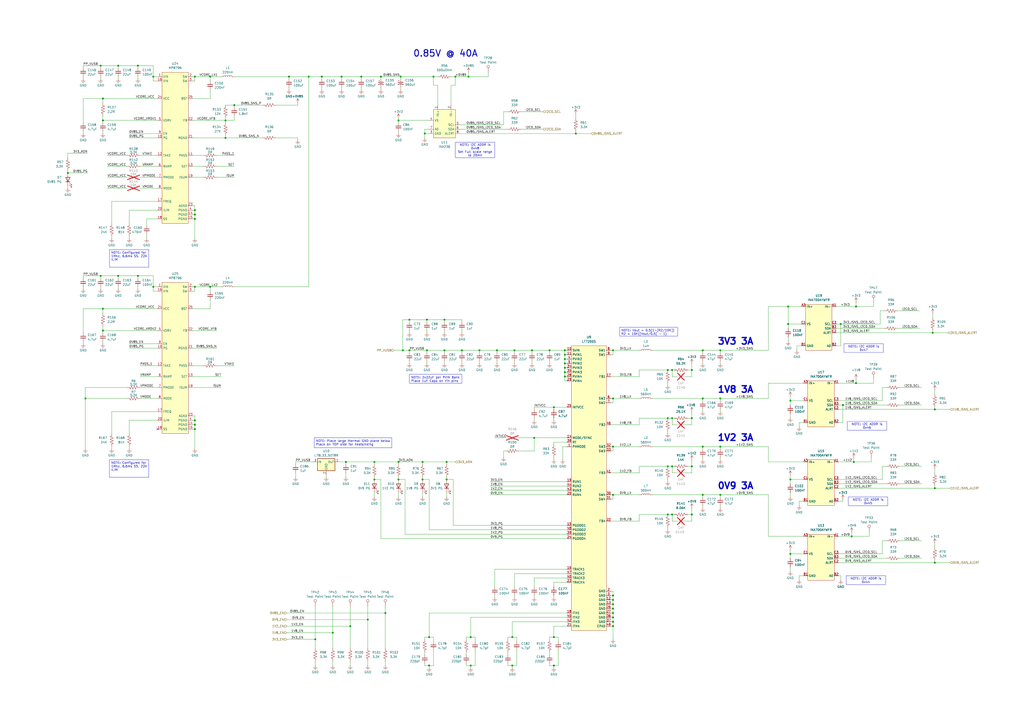
<source format=kicad_sch>
(kicad_sch (version 20231120) (generator "eeschema") (generator_version "8.0")
  (paper "A2")
  (title_block (title "Power2") (date "2024-10-06") (rev "2.0") (company "Drexel University") (comment 1 "Designed by Michael Haahr"))
  (junction (at 297.18 369.57))
  (junction (at 458.47 232.41))
  (junction (at 113.03 124.46))
  (junction (at 387.35 298.45))
  (junction (at 457.2 177.8))
  (junction (at 248.92 386.08))
  (junction (at 334.01 77.47))
  (junction (at 273.05 369.57))
  (junction (at 387.35 242.57))
  (junction (at 542.29 326.39))
  (junction (at 458.47 278.13))
  (junction (at 271.78 44.45))
  (junction (at 401.32 242.57))
  (junction (at 321.31 236.22))
  (junction (at 487.68 187.96))
  (junction (at 200.66 267.97))
  (junction (at 247.65 203.2))
  (junction (at 80.01 160.02))
  (junction (at 113.03 246.38))
  (junction (at 308.61 203.2))
  (junction (at 259.08 267.97))
  (junction (at 220.98 44.45))
  (junction (at 278.13 203.2))
  (junction (at 327.66 215.9))
  (junction (at 401.32 214.63))
  (junction (at 542.29 237.49))
  (junction (at 417.83 231.14))
  (junction (at 231.14 278.13))
  (junction (at 355.6 231.14))
  (junction (at 355.6 353.06))
  (junction (at 264.16 44.45))
  (junction (at 417.83 259.08))
  (junction (at 355.6 363.22))
  (junction (at 457.2 187.96))
  (junction (at 355.6 203.2))
  (junction (at 58.42 38.1))
  (junction (at 209.55 44.45))
  (junction (at 355.6 287.02))
  (junction (at 217.17 278.13))
  (junction (at 113.03 44.45))
  (junction (at 355.6 347.98))
  (junction (at 88.9 166.37))
  (junction (at 401.32 270.51))
  (junction (at 389.89 214.63))
  (junction (at 389.89 270.51))
  (junction (at 182.88 370.84))
  (junction (at 417.83 203.2))
  (junction (at 245.11 267.97))
  (junction (at 39.37 100.33))
  (junction (at 327.66 218.44))
  (junction (at 186.69 44.45))
  (junction (at 68.58 38.1))
  (junction (at 327.66 203.2))
  (junction (at 203.2 363.22))
  (junction (at 113.03 166.37))
  (junction (at 59.69 191.77))
  (junction (at 231.14 267.97))
  (junction (at 246.38 77.47))
  (junction (at 327.66 208.28))
  (junction (at 401.32 298.45))
  (junction (at 233.68 203.2))
  (junction (at 273.05 386.08))
  (junction (at 259.08 278.13))
  (junction (at 387.35 270.51))
  (junction (at 494.03 311.15))
  (junction (at 407.67 259.08))
  (junction (at 488.95 234.95))
  (junction (at 135.89 60.96))
  (junction (at 130.81 69.85))
  (junction (at 458.47 321.31))
  (junction (at 245.11 278.13))
  (junction (at 327.66 205.74))
  (junction (at 113.03 127))
  (junction (at 179.07 44.45))
  (junction (at 232.41 44.45))
  (junction (at 231.14 69.85))
  (junction (at 113.03 243.84))
  (junction (at 327.66 213.36))
  (junction (at 389.89 298.45))
  (junction (at 407.67 287.02))
  (junction (at 309.88 254))
  (junction (at 223.52 355.6))
  (junction (at 288.29 203.2))
  (junction (at 49.53 231.14))
  (junction (at 321.31 369.57))
  (junction (at 121.92 44.45))
  (junction (at 267.97 203.2))
  (junction (at 298.45 203.2))
  (junction (at 495.3 267.97))
  (junction (at 496.57 177.8))
  (junction (at 387.35 214.63))
  (junction (at 113.03 248.92))
  (junction (at 59.69 179.07))
  (junction (at 113.03 121.92))
  (junction (at 80.01 38.1))
  (junction (at 297.18 386.08))
  (junction (at 59.69 57.15))
  (junction (at 237.49 185.42))
  (junction (at 68.58 160.02))
  (junction (at 355.6 259.08))
  (junction (at 318.77 203.2))
  (junction (at 193.04 367.03))
  (junction (at 257.81 203.2))
  (junction (at 130.81 80.01))
  (junction (at 58.42 160.02))
  (junction (at 355.6 358.14))
  (junction (at 355.6 345.44))
  (junction (at 542.29 283.21))
  (junction (at 407.67 203.2))
  (junction (at 167.64 44.45))
  (junction (at 327.66 210.82))
  (junction (at 417.83 287.02))
  (junction (at 355.6 355.6))
  (junction (at 496.57 222.25))
  (junction (at 257.81 185.42))
  (junction (at 59.69 69.85))
  (junction (at 251.46 44.45))
  (junction (at 121.92 166.37))
  (junction (at 237.49 203.2))
  (junction (at 247.65 185.42))
  (junction (at 213.36 359.41))
  (junction (at 389.89 242.57))
  (junction (at 407.67 231.14))
  (junction (at 88.9 44.45))
  (junction (at 321.31 386.08))
  (junction (at 198.12 44.45))
  (junction (at 541.02 193.04))
  (junction (at 248.92 369.57))
  (junction (at 355.6 360.68))
  (junction (at 217.17 267.97))
  (junction (at 355.6 350.52))
  (no_connect (at 91.44 248.92))
  (wire (pts (xy 125.73 212.09) (xy 135.89 212.09)))
  (wire (pts (xy 80.01 39.37) (xy 80.01 38.1)))
  (wire (pts (xy 278.13 204.47) (xy 278.13 203.2)))
  (wire (pts (xy 251.46 377.19) (xy 251.46 386.08)))
  (wire (pts (xy 355.6 233.68) (xy 355.6 231.14)))
  (wire (pts (xy 417.83 259.08) (xy 445.77 259.08)))
  (wire (pts (xy 111.76 57.15) (xy 121.92 57.15)))
  (wire (pts (xy 486.41 234.95) (xy 488.95 234.95)))
  (wire (pts (xy 488.95 234.95) (xy 514.35 234.95)))
  (wire (pts (xy 298.45 345.44) (xy 298.45 346.71)))
  (wire (pts (xy 328.93 330.2) (xy 287.02 330.2)))
  (wire (pts (xy 59.69 67.31) (xy 59.69 69.85)))
  (wire (pts (xy 121.92 44.45) (xy 128.27 44.45)))
  (wire (pts (xy 334.01 77.47) (xy 342.9 77.47)))
  (wire (pts (xy 237.49 191.77) (xy 237.49 193.04)))
  (wire (pts (xy 113.03 241.3) (xy 113.03 243.84)))
  (wire (pts (xy 542.29 325.12) (xy 542.29 326.39)))
  (wire (pts (xy 135.89 69.85) (xy 130.81 69.85)))
  (wire (pts (xy 355.6 345.44) (xy 354.33 345.44)))
  (wire (pts (xy 270.51 384.81) (xy 270.51 386.08)))
  (wire (pts (xy 486.41 278.13) (xy 511.81 278.13)))
  (wire (pts (xy 288.29 204.47) (xy 288.29 203.2)))
  (wire (pts (xy 172.72 59.69) (xy 172.72 60.96)))
  (wire (pts (xy 200.66 269.24) (xy 200.66 267.97)))
  (wire (pts (xy 398.78 242.57) (xy 401.32 242.57)))
  (wire (pts (xy 321.31 386.08) (xy 321.31 387.35)))
  (wire (pts (xy 387.35 306.07) (xy 387.35 307.34)))
  (wire (pts (xy 327.66 205.74) (xy 327.66 203.2)))
  (wire (pts (xy 407.67 209.55) (xy 407.67 210.82)))
  (wire (pts (xy 302.26 64.77) (xy 314.96 64.77)))
  (wire (pts (xy 248.92 355.6) (xy 248.92 369.57)))
  (wire (pts (xy 287.02 254) (xy 293.37 254)))
  (wire (pts (xy 223.52 351.79) (xy 223.52 355.6)))
  (wire (pts (xy 233.68 185.42) (xy 233.68 203.2)))
  (wire (pts (xy 378.46 287.02) (xy 407.67 287.02)))
  (wire (pts (xy 488.95 245.11) (xy 488.95 234.95)))
  (wire (pts (xy 257.81 191.77) (xy 257.81 193.04)))
  (wire (pts (xy 193.04 367.03) (xy 193.04 375.92)))
  (wire (pts (xy 328.93 332.74) (xy 298.45 332.74)))
  (wire (pts (xy 81.28 231.14) (xy 91.44 231.14)))
  (wire (pts (xy 457.2 177.8) (xy 457.2 187.96)))
  (wire (pts (xy 111.76 121.92) (xy 113.03 121.92)))
  (wire (pts (xy 91.44 238.76) (xy 64.77 238.76)))
  (wire (pts (xy 487.68 334.01) (xy 487.68 336.55)))
  (wire (pts (xy 231.14 285.75) (xy 231.14 288.29)))
  (wire (pts (xy 398.78 270.51) (xy 401.32 270.51)))
  (wire (pts (xy 59.69 179.07) (xy 91.44 179.07)))
  (wire (pts (xy 309.88 335.28) (xy 309.88 340.36)))
  (wire (pts (xy 121.92 52.07) (xy 121.92 57.15)))
  (wire (pts (xy 270.51 378.46) (xy 270.51 379.73)))
  (wire (pts (xy 321.31 337.82) (xy 321.31 340.36)))
  (wire (pts (xy 355.6 360.68) (xy 355.6 363.22)))
  (wire (pts (xy 328.93 337.82) (xy 321.31 337.82)))
  (wire (pts (xy 370.84 218.44) (xy 354.33 218.44)))
  (wire (pts (xy 463.55 245.11) (xy 463.55 247.65)))
  (wire (pts (xy 81.28 212.09) (xy 91.44 212.09)))
  (wire (pts (xy 327.66 215.9) (xy 328.93 215.9)))
  (wire (pts (xy 355.6 350.52) (xy 355.6 353.06)))
  (wire (pts (xy 541.02 193.04) (xy 549.91 193.04)))
  (wire (pts (xy 88.9 168.91) (xy 88.9 166.37)))
  (wire (pts (xy 355.6 363.22) (xy 354.33 363.22)))
  (wire (pts (xy 113.03 46.99) (xy 113.03 44.45)))
  (wire (pts (xy 111.76 80.01) (xy 130.81 80.01)))
  (wire (pts (xy 354.33 289.56) (xy 355.6 289.56)))
  (wire (pts (xy 247.65 209.55) (xy 247.65 210.82)))
  (wire (pts (xy 266.7 72.39) (xy 292.1 72.39)))
  (wire (pts (xy 182.88 383.54) (xy 182.88 386.08)))
  (wire (pts (xy 397.51 274.32) (xy 401.32 274.32)))
  (wire (pts (xy 389.89 298.45) (xy 387.35 298.45)))
  (wire (pts (xy 542.29 237.49) (xy 551.18 237.49)))
  (wire (pts (xy 48.26 179.07) (xy 48.26 193.04)))
  (wire (pts (xy 217.17 267.97) (xy 217.17 269.24)))
  (wire (pts (xy 354.33 205.74) (xy 355.6 205.74)))
  (wire (pts (xy 257.81 203.2) (xy 267.97 203.2)))
  (wire (pts (xy 59.69 198.12) (xy 59.69 199.39)))
  (wire (pts (xy 327.66 205.74) (xy 328.93 205.74)))
  (wire (pts (xy 172.72 80.01) (xy 172.72 81.28)))
  (wire (pts (xy 245.11 276.86) (xy 245.11 278.13)))
  (wire (pts (xy 80.01 38.1) (xy 88.9 38.1)))
  (wire (pts (xy 81.28 90.17) (xy 91.44 90.17)))
  (wire (pts (xy 542.29 281.94) (xy 542.29 283.21)))
  (wire (pts (xy 513.08 180.34) (xy 510.54 180.34)))
  (wire (pts (xy 387.35 222.25) (xy 387.35 223.52)))
  (wire (pts (xy 278.13 203.2) (xy 288.29 203.2)))
  (wire (pts (xy 321.31 242.57) (xy 321.31 243.84)))
  (wire (pts (xy 64.77 137.16) (xy 64.77 138.43)))
  (wire (pts (xy 389.89 302.26) (xy 389.89 298.45)))
  (wire (pts (xy 189.23 275.59) (xy 189.23 276.86)))
  (wire (pts (xy 171.45 274.32) (xy 171.45 276.86)))
  (wire (pts (xy 327.66 210.82) (xy 328.93 210.82)))
  (wire (pts (xy 59.69 69.85) (xy 91.44 69.85)))
  (wire (pts (xy 135.89 67.31) (xy 135.89 69.85)))
  (wire (pts (xy 511.81 270.51) (xy 511.81 278.13)))
  (wire (pts (xy 355.6 289.56) (xy 355.6 287.02)))
  (wire (pts (xy 387.35 278.13) (xy 387.35 279.4)))
  (wire (pts (xy 130.81 69.85) (xy 130.81 71.12)))
  (wire (pts (xy 111.76 168.91) (xy 113.03 168.91)))
  (wire (pts (xy 458.47 328.93) (xy 458.47 331.47)))
  (wire (pts (xy 271.78 44.45) (xy 283.21 44.45)))
  (wire (pts (xy 487.68 187.96) (xy 510.54 187.96)))
  (wire (pts (xy 59.69 57.15) (xy 91.44 57.15)))
  (wire (pts (xy 486.41 245.11) (xy 488.95 245.11)))
  (wire (pts (xy 327.66 218.44) (xy 327.66 215.9)))
  (wire (pts (xy 257.81 185.42) (xy 257.81 186.69)))
  (wire (pts (xy 457.2 177.8) (xy 464.82 177.8)))
  (wire (pts (xy 166.37 359.41) (xy 213.36 359.41)))
  (wire (pts (xy 48.26 198.12) (xy 48.26 199.39)))
  (wire (pts (xy 213.36 383.54) (xy 213.36 386.08)))
  (wire (pts (xy 318.77 203.2) (xy 327.66 203.2)))
  (wire (pts (xy 309.88 237.49) (xy 309.88 236.22)))
  (wire (pts (xy 485.14 200.66) (xy 487.68 200.66)))
  (wire (pts (xy 200.66 267.97) (xy 217.17 267.97)))
  (wire (pts (xy 354.33 259.08) (xy 355.6 259.08)))
  (wire (pts (xy 506.73 219.71) (xy 506.73 222.25)))
  (wire (pts (xy 223.52 355.6) (xy 223.52 375.92)))
  (wire (pts (xy 88.9 44.45) (xy 91.44 44.45)))
  (wire (pts (xy 485.14 193.04) (xy 541.02 193.04)))
  (wire (pts (xy 458.47 278.13) (xy 458.47 280.67)))
  (wire (pts (xy 198.12 50.8) (xy 198.12 52.07)))
  (wire (pts (xy 237.49 185.42) (xy 237.49 186.69)))
  (wire (pts (xy 121.92 46.99) (xy 121.92 44.45)))
  (wire (pts (xy 397.51 218.44) (xy 401.32 218.44)))
  (wire (pts (xy 355.6 355.6) (xy 354.33 355.6)))
  (wire (pts (xy 259.08 285.75) (xy 259.08 288.29)))
  (wire (pts (xy 91.44 127) (xy 85.09 127)))
  (wire (pts (xy 309.88 242.57) (xy 309.88 243.84)))
  (wire (pts (xy 48.26 39.37) (xy 48.26 38.1)))
  (wire (pts (xy 267.97 185.42) (xy 267.97 186.69)))
  (wire (pts (xy 39.37 100.33) (xy 50.8 100.33)))
  (wire (pts (xy 91.44 168.91) (xy 88.9 168.91)))
  (wire (pts (xy 355.6 203.2) (xy 370.84 203.2)))
  (wire (pts (xy 355.6 345.44) (xy 355.6 347.98)))
  (wire (pts (xy 81.28 109.22) (xy 91.44 109.22)))
  (wire (pts (xy 167.64 50.8) (xy 167.64 52.07)))
  (wire (pts (xy 292.1 261.62) (xy 292.1 265.43)))
  (wire (pts (xy 247.65 203.2) (xy 257.81 203.2)))
  (wire (pts (xy 237.49 204.47) (xy 237.49 203.2)))
  (wire (pts (xy 378.46 231.14) (xy 407.67 231.14)))
  (wire (pts (xy 74.93 137.16) (xy 74.93 138.43)))
  (wire (pts (xy 203.2 351.79) (xy 203.2 363.22)))
  (wire (pts (xy 542.29 283.21) (xy 551.18 283.21)))
  (wire (pts (xy 458.47 275.59) (xy 458.47 278.13)))
  (wire (pts (xy 355.6 287.02) (xy 370.84 287.02)))
  (wire (pts (xy 130.81 80.01) (xy 152.4 80.01)))
  (wire (pts (xy 245.11 278.13) (xy 248.92 278.13)))
  (wire (pts (xy 48.26 57.15) (xy 48.26 71.12)))
  (wire (pts (xy 321.31 369.57) (xy 323.85 369.57)))
  (wire (pts (xy 113.03 44.45) (xy 121.92 44.45)))
  (wire (pts (xy 466.09 245.11) (xy 463.55 245.11)))
  (wire (pts (xy 496.57 177.8) (xy 496.57 175.26)))
  (wire (pts (xy 486.41 267.97) (xy 495.3 267.97)))
  (wire (pts (xy 299.72 377.19) (xy 299.72 386.08)))
  (wire (pts (xy 328.93 259.08) (xy 326.39 259.08)))
  (wire (pts (xy 457.2 195.58) (xy 457.2 198.12)))
  (wire (pts (xy 354.33 287.02) (xy 355.6 287.02)))
  (wire (pts (xy 458.47 232.41) (xy 458.47 234.95)))
  (wire (pts (xy 68.58 160.02) (xy 80.01 160.02)))
  (wire (pts (xy 196.85 267.97) (xy 200.66 267.97)))
  (wire (pts (xy 64.77 116.84) (xy 64.77 129.54)))
  (wire (pts (xy 231.14 71.12) (xy 231.14 69.85)))
  (wire (pts (xy 401.32 266.7) (xy 401.32 270.51)))
  (wire (pts (xy 318.77 204.47) (xy 318.77 203.2)))
  (wire (pts (xy 275.59 377.19) (xy 275.59 386.08)))
  (wire (pts (xy 318.77 369.57) (xy 321.31 369.57)))
  (wire (pts (xy 209.55 50.8) (xy 209.55 52.07)))
  (wire (pts (xy 237.49 185.42) (xy 247.65 185.42)))
  (wire (pts (xy 267.97 191.77) (xy 267.97 193.04)))
  (wire (pts (xy 85.09 127) (xy 85.09 130.81)))
  (wire (pts (xy 111.76 248.92) (xy 113.03 248.92)))
  (wire (pts (xy 298.45 332.74) (xy 298.45 340.36)))
  (wire (pts (xy 273.05 369.57) (xy 275.59 369.57)))
  (wire (pts (xy 231.14 276.86) (xy 231.14 278.13)))
  (wire (pts (xy 407.67 231.14) (xy 417.83 231.14)))
  (wire (pts (xy 232.41 44.45) (xy 251.46 44.45)))
  (wire (pts (xy 220.98 44.45) (xy 220.98 45.72)))
  (wire (pts (xy 486.41 311.15) (xy 494.03 311.15)))
  (wire (pts (xy 514.35 224.79) (xy 511.81 224.79)))
  (wire (pts (xy 407.67 293.37) (xy 407.67 294.64)))
  (wire (pts (xy 166.37 370.84) (xy 182.88 370.84)))
  (wire (pts (xy 294.64 378.46) (xy 294.64 379.73)))
  (wire (pts (xy 209.55 44.45) (xy 209.55 45.72)))
  (wire (pts (xy 392.43 274.32) (xy 389.89 274.32)))
  (wire (pts (xy 62.23 102.87) (xy 73.66 102.87)))
  (wire (pts (xy 355.6 261.62) (xy 355.6 259.08)))
  (wire (pts (xy 463.55 290.83) (xy 463.55 293.37)))
  (wire (pts (xy 266.7 77.47) (xy 334.01 77.47)))
  (wire (pts (xy 261.62 49.53) (xy 264.16 49.53)))
  (wire (pts (xy 113.03 119.38) (xy 113.03 121.92)))
  (wire (pts (xy 217.17 267.97) (xy 231.14 267.97)))
  (wire (pts (xy 231.14 267.97) (xy 231.14 269.24)))
  (wire (pts (xy 355.6 259.08) (xy 370.84 259.08)))
  (wire (pts (xy 355.6 231.14) (xy 370.84 231.14)))
  (wire (pts (xy 397.51 246.38) (xy 401.32 246.38)))
  (wire (pts (xy 284.48 284.48) (xy 328.93 284.48)))
  (wire (pts (xy 267.97 203.2) (xy 278.13 203.2)))
  (wire (pts (xy 387.35 270.51) (xy 389.89 270.51)))
  (wire (pts (xy 506.73 175.26) (xy 506.73 177.8)))
  (wire (pts (xy 355.6 363.22) (xy 355.6 370.84)))
  (wire (pts (xy 495.3 267.97) (xy 505.46 267.97)))
  (wire (pts (xy 130.81 60.96) (xy 135.89 60.96)))
  (wire (pts (xy 355.6 347.98) (xy 354.33 347.98)))
  (wire (pts (xy 59.69 59.69) (xy 59.69 57.15)))
  (wire (pts (xy 251.46 386.08) (xy 248.92 386.08)))
  (wire (pts (xy 486.41 323.85) (xy 514.35 323.85)))
  (wire (pts (xy 387.35 250.19) (xy 387.35 251.46)))
  (wire (pts (xy 328.93 360.68) (xy 297.18 360.68)))
  (wire (pts (xy 541.02 191.77) (xy 541.02 193.04)))
  (wire (pts (xy 387.35 242.57) (xy 370.84 242.57)))
  (wire (pts (xy 267.97 209.55) (xy 267.97 210.82)))
  (wire (pts (xy 297.18 360.68) (xy 297.18 369.57)))
  (wire (pts (xy 309.88 236.22) (xy 321.31 236.22)))
  (wire (pts (xy 298.45 203.2) (xy 308.61 203.2)))
  (wire (pts (xy 355.6 353.06) (xy 354.33 353.06)))
  (wire (pts (xy 511.81 313.69) (xy 511.81 321.31)))
  (wire (pts (xy 125.73 90.17) (xy 135.89 90.17)))
  (wire (pts (xy 237.49 185.42) (xy 233.68 185.42)))
  (wire (pts (xy 485.14 177.8) (xy 496.57 177.8)))
  (wire (pts (xy 308.61 204.47) (xy 308.61 203.2)))
  (wire (pts (xy 135.89 166.37) (xy 179.07 166.37)))
  (wire (pts (xy 328.93 358.14) (xy 273.05 358.14)))
  (wire (pts (xy 505.46 265.43) (xy 505.46 267.97)))
  (wire (pts (xy 257.81 204.47) (xy 257.81 203.2)))
  (wire (pts (xy 462.28 200.66) (xy 462.28 203.2)))
  (wire (pts (xy 182.88 351.79) (xy 182.88 370.84)))
  (wire (pts (xy 248.92 74.93) (xy 246.38 74.93)))
  (wire (pts (xy 59.69 76.2) (xy 59.69 77.47)))
  (wire (pts (xy 458.47 229.87) (xy 458.47 232.41)))
  (wire (pts (xy 248.92 386.08) (xy 248.92 387.35)))
  (wire (pts (xy 186.69 44.45) (xy 198.12 44.45)))
  (wire (pts (xy 297.18 386.08) (xy 297.18 387.35)))
  (wire (pts (xy 445.77 222.25) (xy 445.77 231.14)))
  (wire (pts (xy 327.66 208.28) (xy 327.66 205.74)))
  (wire (pts (xy 220.98 50.8) (xy 220.98 52.07)))
  (wire (pts (xy 68.58 160.02) (xy 58.42 160.02)))
  (wire (pts (xy 59.69 181.61) (xy 59.69 179.07)))
  (wire (pts (xy 179.07 44.45) (xy 186.69 44.45)))
  (wire (pts (xy 298.45 209.55) (xy 298.45 210.82)))
  (wire (pts (xy 81.28 218.44) (xy 91.44 218.44)))
  (wire (pts (xy 64.77 259.08) (xy 64.77 260.35)))
  (wire (pts (xy 273.05 386.08) (xy 273.05 387.35)))
  (wire (pts (xy 111.76 69.85) (xy 130.81 69.85)))
  (wire (pts (xy 417.83 293.37) (xy 417.83 294.64)))
  (wire (pts (xy 68.58 161.29) (xy 68.58 160.02)))
  (wire (pts (xy 74.93 77.47) (xy 91.44 77.47)))
  (wire (pts (xy 88.9 46.99) (xy 88.9 44.45)))
  (wire (pts (xy 466.09 290.83) (xy 463.55 290.83)))
  (wire (pts (xy 487.68 200.66) (xy 487.68 187.96)))
  (wire (pts (xy 264.16 44.45) (xy 271.78 44.45)))
  (wire (pts (xy 91.44 116.84) (xy 64.77 116.84)))
  (wire (pts (xy 293.37 261.62) (xy 292.1 261.62)))
  (wire (pts (xy 355.6 342.9) (xy 355.6 345.44)))
  (wire (pts (xy 91.44 121.92) (xy 74.93 121.92)))
  (wire (pts (xy 111.76 96.52) (xy 118.11 96.52)))
  (wire (pts (xy 407.67 287.02) (xy 407.67 288.29)))
  (wire (pts (xy 209.55 44.45) (xy 220.98 44.45)))
  (wire (pts (xy 111.76 243.84) (xy 113.03 243.84)))
  (wire (pts (xy 245.11 285.75) (xy 245.11 288.29)))
  (wire (pts (xy 417.83 203.2) (xy 417.83 204.47)))
  (wire (pts (xy 270.51 369.57) (xy 273.05 369.57)))
  (wire (pts (xy 166.37 367.03) (xy 193.04 367.03)))
  (wire (pts (xy 445.77 287.02) (xy 445.77 311.15)))
  (wire (pts (xy 401.32 238.76) (xy 401.32 242.57)))
  (wire (pts (xy 407.67 259.08) (xy 407.67 260.35)))
  (wire (pts (xy 318.77 370.84) (xy 318.77 369.57)))
  (wire (pts (xy 203.2 383.54) (xy 203.2 386.08)))
  (wire (pts (xy 167.64 44.45) (xy 179.07 44.45)))
  (wire (pts (xy 275.59 386.08) (xy 273.05 386.08)))
  (wire (pts (xy 213.36 359.41) (xy 213.36 375.92)))
  (wire (pts (xy 370.84 270.51) (xy 370.84 274.32)))
  (wire (pts (xy 417.83 203.2) (xy 445.77 203.2)))
  (wire (pts (xy 247.65 185.42) (xy 257.81 185.42)))
  (wire (pts (xy 321.31 363.22) (xy 321.31 369.57)))
  (wire (pts (xy 308.61 209.55) (xy 308.61 210.82)))
  (wire (pts (xy 257.81 209.55) (xy 257.81 210.82)))
  (wire (pts (xy 328.93 335.28) (xy 309.88 335.28)))
  (wire (pts (xy 135.89 44.45) (xy 167.64 44.45)))
  (wire (pts (xy 203.2 363.22) (xy 203.2 375.92)))
  (wire (pts (xy 231.14 278.13) (xy 234.95 278.13)))
  (wire (pts (xy 309.88 254) (xy 309.88 261.62)))
  (wire (pts (xy 111.76 46.99) (xy 113.03 46.99)))
  (wire (pts (xy 327.66 210.82) (xy 327.66 208.28)))
  (wire (pts (xy 397.51 302.26) (xy 401.32 302.26)))
  (wire (pts (xy 321.31 265.43) (xy 321.31 266.7)))
  (wire (pts (xy 485.14 190.5) (xy 513.08 190.5)))
  (wire (pts (xy 389.89 274.32) (xy 389.89 270.51)))
  (wire (pts (xy 328.93 363.22) (xy 321.31 363.22)))
  (wire (pts (xy 231.14 68.58) (xy 231.14 69.85)))
  (wire (pts (xy 88.9 38.1) (xy 88.9 44.45)))
  (wire (pts (xy 355.6 205.74) (xy 355.6 203.2)))
  (wire (pts (xy 417.83 231.14) (xy 417.83 232.41)))
  (wire (pts (xy 445.77 222.25) (xy 466.09 222.25)))
  (wire (pts (xy 74.93 121.92) (xy 74.93 129.54)))
  (wire (pts (xy 458.47 240.03) (xy 458.47 242.57)))
  (wire (pts (xy 392.43 246.38) (xy 389.89 246.38)))
  (wire (pts (xy 248.92 369.57) (xy 251.46 369.57)))
  (wire (pts (xy 254 49.53) (xy 251.46 49.53)))
  (wire (pts (xy 248.92 77.47) (xy 246.38 77.47)))
  (wire (pts (xy 355.6 355.6) (xy 355.6 358.14)))
  (wire (pts (xy 48.26 44.45) (xy 48.26 45.72)))
  (wire (pts (xy 494.03 311.15) (xy 494.03 308.61)))
  (wire (pts (xy 91.44 243.84) (xy 74.93 243.84)))
  (wire (pts (xy 294.64 369.57) (xy 297.18 369.57)))
  (wire (pts (xy 327.66 215.9) (xy 327.66 213.36)))
  (wire (pts (xy 264.16 44.45) (xy 264.16 49.53)))
  (wire (pts (xy 59.69 71.12) (xy 59.69 69.85)))
  (wire (pts (xy 542.29 226.06) (xy 542.29 228.6)))
  (wire (pts (xy 273.05 358.14) (xy 273.05 369.57)))
  (wire (pts (xy 542.29 326.39) (xy 551.18 326.39)))
  (wire (pts (xy 318.77 378.46) (xy 318.77 379.73)))
  (wire (pts (xy 248.92 386.08) (xy 246.38 386.08)))
  (wire (pts (xy 389.89 298.45) (xy 391.16 298.45)))
  (wire (pts (xy 81.28 102.87) (xy 91.44 102.87)))
  (wire (pts (xy 387.35 270.51) (xy 370.84 270.51)))
  (wire (pts (xy 246.38 384.81) (xy 246.38 386.08)))
  (wire (pts (xy 160.02 80.01) (xy 172.72 80.01)))
  (wire (pts (xy 58.42 38.1) (xy 48.26 38.1)))
  (wire (pts (xy 417.83 231.14) (xy 445.77 231.14)))
  (wire (pts (xy 355.6 347.98) (xy 355.6 350.52)))
  (wire (pts (xy 220.98 278.13) (xy 220.98 312.42)))
  (wire (pts (xy 288.29 203.2) (xy 298.45 203.2)))
  (wire (pts (xy 59.69 193.04) (xy 59.69 191.77)))
  (wire (pts (xy 445.77 177.8) (xy 457.2 177.8)))
  (wire (pts (xy 111.76 212.09) (xy 118.11 212.09)))
  (wire (pts (xy 198.12 44.45) (xy 198.12 45.72)))
  (wire (pts (xy 113.03 166.37) (xy 121.92 166.37)))
  (wire (pts (xy 398.78 214.63) (xy 401.32 214.63)))
  (wire (pts (xy 321.31 345.44) (xy 321.31 346.71)))
  (wire (pts (xy 113.03 121.92) (xy 113.03 124.46)))
  (wire (pts (xy 457.2 187.96) (xy 464.82 187.96)))
  (wire (pts (xy 445.77 311.15) (xy 466.09 311.15)))
  (wire (pts (xy 167.64 44.45) (xy 167.64 45.72)))
  (wire (pts (xy 246.38 369.57) (xy 248.92 369.57)))
  (wire (pts (xy 179.07 166.37) (xy 179.07 44.45)))
  (wire (pts (xy 171.45 269.24) (xy 171.45 267.97)))
  (wire (pts (xy 294.64 370.84) (xy 294.64 369.57)))
  (wire (pts (xy 318.77 209.55) (xy 318.77 210.82)))
  (wire (pts (xy 48.26 76.2) (xy 48.26 77.47)))
  (wire (pts (xy 486.41 237.49) (xy 542.29 237.49)))
  (wire (pts (xy 259.08 276.86) (xy 259.08 278.13)))
  (wire (pts (xy 299.72 369.57) (xy 299.72 372.11)))
  (wire (pts (xy 407.67 203.2) (xy 417.83 203.2)))
  (wire (pts (xy 231.14 76.2) (xy 231.14 77.47)))
  (wire (pts (xy 506.73 222.25) (xy 496.57 222.25)))
  (wire (pts (xy 458.47 285.75) (xy 458.47 288.29)))
  (wire (pts (xy 323.85 369.57) (xy 323.85 372.11)))
  (wire (pts (xy 486.41 283.21) (xy 542.29 283.21)))
  (wire (pts (xy 62.23 90.17) (xy 73.66 90.17)))
  (wire (pts (xy 193.04 383.54) (xy 193.04 386.08)))
  (wire (pts (xy 370.84 298.45) (xy 370.84 302.26)))
  (wire (pts (xy 308.61 203.2) (xy 318.77 203.2)))
  (wire (pts (xy 309.88 345.44) (xy 309.88 346.71)))
  (wire (pts (xy 486.41 280.67) (xy 514.35 280.67)))
  (wire (pts (xy 160.02 60.96) (xy 172.72 60.96)))
  (wire (pts (xy 111.76 119.38) (xy 113.03 119.38)))
  (wire (pts (xy 186.69 44.45) (xy 186.69 45.72)))
  (wire (pts (xy 466.09 334.01) (xy 463.55 334.01)))
  (wire (pts (xy 328.93 220.98) (xy 327.66 220.98)))
  (wire (pts (xy 327.66 208.28) (xy 328.93 208.28)))
  (wire (pts (xy 247.65 191.77) (xy 247.65 193.04)))
  (wire (pts (xy 485.14 187.96) (xy 487.68 187.96)))
  (wire (pts (xy 458.47 232.41) (xy 466.09 232.41)))
  (wire (pts (xy 407.67 231.14) (xy 407.67 232.41)))
  (wire (pts (xy 417.83 287.02) (xy 417.83 288.29)))
  (wire (pts (xy 464.82 200.66) (xy 462.28 200.66)))
  (wire (pts (xy 220.98 44.45) (xy 232.41 44.45)))
  (wire (pts (xy 334.01 66.04) (xy 334.01 68.58)))
  (wire (pts (xy 334.01 76.2) (xy 334.01 77.47)))
  (wire (pts (xy 186.69 50.8) (xy 186.69 52.07)))
  (wire (pts (xy 401.32 246.38) (xy 401.32 242.57)))
  (wire (pts (xy 521.97 224.79) (xy 534.67 224.79)))
  (wire (pts (xy 387.35 214.63) (xy 370.84 214.63)))
  (wire (pts (xy 407.67 237.49) (xy 407.67 238.76)))
  (wire (pts (xy 354.33 261.62) (xy 355.6 261.62)))
  (wire (pts (xy 247.65 185.42) (xy 247.65 186.69)))
  (wire (pts (xy 259.08 267.97) (xy 264.16 267.97)))
  (wire (pts (xy 299.72 386.08) (xy 297.18 386.08)))
  (wire (pts (xy 417.83 259.08) (xy 417.83 260.35)))
  (wire (pts (xy 166.37 355.6) (xy 223.52 355.6)))
  (wire (pts (xy 300.99 254) (xy 309.88 254)))
  (wire (pts (xy 39.37 107.95) (xy 39.37 109.22)))
  (wire (pts (xy 223.52 383.54) (xy 223.52 386.08)))
  (wire (pts (xy 457.2 187.96) (xy 457.2 190.5)))
  (wire (pts (xy 213.36 351.79) (xy 213.36 359.41)))
  (wire (pts (xy 113.03 124.46) (xy 113.03 127)))
  (wire (pts (xy 262.89 304.8) (xy 328.93 304.8)))
  (wire (pts (xy 245.11 267.97) (xy 245.11 269.24)))
  (wire (pts (xy 458.47 321.31) (xy 458.47 323.85)))
  (wire (pts (xy 234.95 309.88) (xy 328.93 309.88)))
  (wire (pts (xy 370.84 274.32) (xy 354.33 274.32)))
  (wire (pts (xy 407.67 203.2) (xy 407.67 204.47)))
  (wire (pts (xy 125.73 102.87) (xy 135.89 102.87)))
  (wire (pts (xy 486.41 232.41) (xy 511.81 232.41)))
  (wire (pts (xy 327.66 220.98) (xy 327.66 218.44)))
  (wire (pts (xy 321.31 237.49) (xy 321.31 236.22)))
  (wire (pts (xy 297.18 386.08) (xy 294.64 386.08)))
  (wire (pts (xy 486.41 290.83) (xy 488.95 290.83)))
  (wire (pts (xy 389.89 270.51) (xy 391.16 270.51)))
  (wire (pts (xy 328.93 254) (xy 309.88 254)))
  (wire (pts (xy 392.43 218.44) (xy 389.89 218.44)))
  (wire (pts (xy 261.62 44.45) (xy 264.16 44.45)))
  (wire (pts (xy 232.41 44.45) (xy 232.41 45.72)))
  (wire (pts (xy 231.14 267.97) (xy 245.11 267.97)))
  (wire (pts (xy 111.76 201.93) (xy 125.73 201.93)))
  (wire (pts (xy 323.85 386.08) (xy 321.31 386.08)))
  (wire (pts (xy 171.45 267.97) (xy 181.61 267.97)))
  (wire (pts (xy 486.41 321.31) (xy 511.81 321.31)))
  (wire (pts (xy 520.7 180.34) (xy 533.4 180.34)))
  (wire (pts (xy 198.12 44.45) (xy 209.55 44.45)))
  (wire (pts (xy 85.09 135.89) (xy 85.09 138.43)))
  (wire (pts (xy 232.41 50.8) (xy 232.41 52.07)))
  (wire (pts (xy 273.05 386.08) (xy 270.51 386.08)))
  (wire (pts (xy 370.84 242.57) (xy 370.84 246.38)))
  (wire (pts (xy 111.76 179.07) (xy 121.92 179.07)))
  (wire (pts (xy 62.23 96.52) (xy 73.66 96.52)))
  (wire (pts (xy 488.95 289.56) (xy 488.95 290.83)))
  (wire (pts (xy 251.46 369.57) (xy 251.46 372.11)))
  (wire (pts (xy 39.37 88.9) (xy 50.8 88.9)))
  (wire (pts (xy 514.35 270.51) (xy 511.81 270.51)))
  (wire (pts (xy 220.98 312.42) (xy 328.93 312.42)))
  (wire (pts (xy 73.66 224.79) (xy 49.53 224.79)))
  (wire (pts (xy 510.54 180.34) (xy 510.54 187.96)))
  (wire (pts (xy 504.19 308.61) (xy 504.19 311.15)))
  (wire (pts (xy 521.97 323.85) (xy 534.67 323.85)))
  (wire (pts (xy 111.76 127) (xy 113.03 127)))
  (wire (pts (xy 407.67 259.08) (xy 417.83 259.08)))
  (wire (pts (xy 111.76 44.45) (xy 113.03 44.45)))
  (wire (pts (xy 486.41 222.25) (xy 496.57 222.25)))
  (wire (pts (xy 496.57 177.8) (xy 506.73 177.8)))
  (wire (pts (xy 74.93 80.01) (xy 91.44 80.01)))
  (wire (pts (xy 287.02 330.2) (xy 287.02 340.36)))
  (wire (pts (xy 248.92 307.34) (xy 328.93 307.34)))
  (wire (pts (xy 389.89 214.63) (xy 391.16 214.63)))
  (wire (pts (xy 200.66 274.32) (xy 200.66 276.86)))
  (wire (pts (xy 217.17 278.13) (xy 220.98 278.13)))
  (wire (pts (xy 111.76 124.46) (xy 113.03 124.46)))
  (wire (pts (xy 271.78 44.45) (xy 271.78 41.91)))
  (wire (pts (xy 217.17 276.86) (xy 217.17 278.13)))
  (wire (pts (xy 401.32 210.82) (xy 401.32 214.63)))
  (wire (pts (xy 251.46 44.45) (xy 254 44.45)))
  (wire (pts (xy 392.43 302.26) (xy 389.89 302.26)))
  (wire (pts (xy 387.35 298.45) (xy 370.84 298.45)))
  (wire (pts (xy 284.48 279.4) (xy 328.93 279.4)))
  (wire (pts (xy 458.47 321.31) (xy 466.09 321.31)))
  (wire (pts (xy 262.89 278.13) (xy 262.89 304.8)))
  (wire (pts (xy 389.89 246.38) (xy 389.89 242.57)))
  (wire (pts (xy 370.84 246.38) (xy 354.33 246.38)))
  (wire (pts (xy 49.53 231.14) (xy 73.66 231.14)))
  (wire (pts (xy 111.76 246.38) (xy 113.03 246.38)))
  (wire (pts (xy 387.35 214.63) (xy 389.89 214.63)))
  (wire (pts (xy 542.29 271.78) (xy 542.29 274.32)))
  (wire (pts (xy 130.81 78.74) (xy 130.81 80.01)))
  (wire (pts (xy 445.77 267.97) (xy 466.09 267.97)))
  (wire (pts (xy 254 60.96) (xy 254 49.53)))
  (wire (pts (xy 292.1 64.77) (xy 292.1 72.39)))
  (wire (pts (xy 326.39 259.08) (xy 326.39 266.7)))
  (wire (pts (xy 327.66 218.44) (xy 328.93 218.44)))
  (wire (pts (xy 111.76 102.87) (xy 118.11 102.87)))
  (wire (pts (xy 113.03 248.92) (xy 113.03 260.35)))
  (wire (pts (xy 354.33 203.2) (xy 355.6 203.2)))
  (wire (pts (xy 401.32 270.51) (xy 401.32 274.32)))
  (wire (pts (xy 401.32 302.26) (xy 401.32 298.45)))
  (wire (pts (xy 378.46 203.2) (xy 407.67 203.2)))
  (wire (pts (xy 355.6 350.52) (xy 354.33 350.52)))
  (wire (pts (xy 541.02 181.61) (xy 541.02 184.15)))
  (wire (pts (xy 417.83 237.49) (xy 417.83 238.76)))
  (wire (pts (xy 318.77 384.81) (xy 318.77 386.08)))
  (wire (pts (xy 298.45 204.47) (xy 298.45 203.2)))
  (wire (pts (xy 59.69 189.23) (xy 59.69 191.77)))
  (wire (pts (xy 458.47 278.13) (xy 466.09 278.13)))
  (wire (pts (xy 327.66 203.2) (xy 328.93 203.2)))
  (wire (pts (xy 231.14 69.85) (xy 248.92 69.85)))
  (wire (pts (xy 81.28 96.52) (xy 91.44 96.52)))
  (wire (pts (xy 58.42 161.29) (xy 58.42 160.02)))
  (wire (pts (xy 398.78 298.45) (xy 401.32 298.45)))
  (wire (pts (xy 542.29 314.96) (xy 542.29 317.5)))
  (wire (pts (xy 458.47 318.77) (xy 458.47 321.31)))
  (wire (pts (xy 130.81 68.58) (xy 130.81 69.85)))
  (wire (pts (xy 81.28 224.79) (xy 91.44 224.79)))
  (wire (pts (xy 302.26 74.93) (xy 314.96 74.93)))
  (wire (pts (xy 233.68 203.2) (xy 237.49 203.2)))
  (wire (pts (xy 287.02 345.44) (xy 287.02 346.71)))
  (wire (pts (xy 355.6 360.68) (xy 354.33 360.68)))
  (wire (pts (xy 445.77 259.08) (xy 445.77 267.97)))
  (wire (pts (xy 294.64 64.77) (xy 292.1 64.77)))
  (wire (pts (xy 58.42 44.45) (xy 58.42 45.72)))
  (wire (pts (xy 48.26 57.15) (xy 59.69 57.15)))
  (wire (pts (xy 113.03 127) (xy 113.03 138.43)))
  (wire (pts (xy 259.08 278.13) (xy 262.89 278.13)))
  (wire (pts (xy 521.97 280.67) (xy 534.67 280.67)))
  (wire (pts (xy 246.38 74.93) (xy 246.38 77.47)))
  (wire (pts (xy 321.31 386.08) (xy 318.77 386.08)))
  (wire (pts (xy 321.31 256.54) (xy 328.93 256.54)))
  (wire (pts (xy 64.77 238.76) (xy 64.77 251.46)))
  (wire (pts (xy 284.48 287.02) (xy 328.93 287.02)))
  (wire (pts (xy 261.62 60.96) (xy 261.62 49.53)))
  (wire (pts (xy 417.83 265.43) (xy 417.83 266.7)))
  (wire (pts (xy 511.81 224.79) (xy 511.81 232.41)))
  (wire (pts (xy 74.93 199.39) (xy 91.44 199.39)))
  (wire (pts (xy 68.58 39.37) (xy 68.58 38.1)))
  (wire (pts (xy 328.93 355.6) (xy 248.92 355.6)))
  (wire (pts (xy 401.32 294.64) (xy 401.32 298.45)))
  (wire (pts (xy 389.89 218.44) (xy 389.89 214.63)))
  (wire (pts (xy 259.08 269.24) (xy 259.08 267.97)))
  (wire (pts (xy 246.38 77.47) (xy 246.38 80.01)))
  (wire (pts (xy 74.93 243.84) (xy 74.93 251.46)))
  (wire (pts (xy 275.59 369.57) (xy 275.59 372.11)))
  (wire (pts (xy 121.92 173.99) (xy 121.92 179.07)))
  (wire (pts (xy 166.37 363.22) (xy 203.2 363.22)))
  (wire (pts (xy 88.9 160.02) (xy 88.9 166.37)))
  (wire (pts (xy 68.58 38.1) (xy 58.42 38.1)))
  (wire (pts (xy 228.6 203.2) (xy 233.68 203.2)))
  (wire (pts (xy 49.53 231.14) (xy 49.53 260.35)))
  (wire (pts (xy 257.81 185.42) (xy 267.97 185.42)))
  (wire (pts (xy 463.55 334.01) (xy 463.55 336.55)))
  (wire (pts (xy 48.26 166.37) (xy 48.26 167.64)))
  (wire (pts (xy 121.92 168.91) (xy 121.92 166.37)))
  (wire (pts (xy 378.46 259.08) (xy 407.67 259.08)))
  (wire (pts (xy 417.83 209.55) (xy 417.83 210.82)))
  (wire (pts (xy 113.03 246.38) (xy 113.03 248.92)))
  (wire (pts (xy 514.35 313.69) (xy 511.81 313.69)))
  (wire (pts (xy 80.01 161.29) (xy 80.01 160.02)))
  (wire (pts (xy 113.03 243.84) (xy 113.03 246.38)))
  (wire (pts (xy 62.23 109.22) (xy 73.66 109.22)))
  (wire (pts (xy 58.42 160.02) (xy 48.26 160.02)))
  (wire (pts (xy 270.51 370.84) (xy 270.51 369.57)))
  (wire (pts (xy 486.41 326.39) (xy 542.29 326.39)))
  (wire (pts (xy 234.95 278.13) (xy 234.95 309.88)))
  (wire (pts (xy 284.48 281.94) (xy 328.93 281.94)))
  (wire (pts (xy 91.44 46.99) (xy 88.9 46.99)))
  (wire (pts (xy 74.93 201.93) (xy 91.44 201.93)))
  (wire (pts (xy 111.76 224.79) (xy 128.27 224.79)))
  (wire (pts (xy 237.49 203.2) (xy 247.65 203.2)))
  (wire (pts (xy 300.99 261.62) (xy 309.88 261.62)))
  (wire (pts (xy 80.01 166.37) (xy 80.01 167.64)))
  (wire (pts (xy 370.84 214.63) (xy 370.84 218.44)))
  (wire (pts (xy 521.97 270.51) (xy 534.67 270.51)))
  (wire (pts (xy 321.31 236.22) (xy 328.93 236.22)))
  (wire (pts (xy 111.76 191.77) (xy 125.73 191.77)))
  (wire (pts (xy 389.89 242.57) (xy 387.35 242.57)))
  (wire (pts (xy 58.42 39.37) (xy 58.42 38.1)))
  (wire (pts (xy 80.01 160.02) (xy 88.9 160.02)))
  (wire (pts (xy 321.31 256.54) (xy 321.31 257.81)))
  (wire (pts (xy 266.7 74.93) (xy 294.64 74.93)))
  (wire (pts (xy 217.17 285.75) (xy 217.17 288.29)))
  (wire (pts (xy 135.89 60.96) (xy 152.4 60.96)))
  (wire (pts (xy 521.97 313.69) (xy 534.67 313.69)))
  (wire (pts (xy 288.29 209.55) (xy 288.29 210.82)))
  (wire (pts (xy 297.18 369.57) (xy 299.72 369.57)))
  (wire (pts (xy 520.7 190.5) (xy 533.4 190.5)))
  (wire (pts (xy 80.01 44.45) (xy 80.01 45.72)))
  (wire (pts (xy 237.49 209.55) (xy 237.49 210.82)))
  (wire (pts (xy 542.29 236.22) (xy 542.29 237.49)))
  (wire (pts (xy 68.58 38.1) (xy 80.01 38.1)))
  (wire (pts (xy 193.04 351.79) (xy 193.04 367.03)))
  (wire (pts (xy 496.57 222.25) (xy 496.57 219.71)))
  (wire (pts (xy 251.46 44.45) (xy 251.46 49.53)))
  (wire (pts (xy 48.26 179.07) (xy 59.69 179.07)))
  (wire (pts (xy 445.77 177.8) (xy 445.77 203.2)))
  (wire (pts (xy 370.84 302.26) (xy 354.33 302.26)))
  (wire (pts (xy 355.6 342.9) (xy 354.33 342.9)))
  (wire (pts (xy 389.89 242.57) (xy 391.16 242.57)))
  (wire (pts (xy 323.85 377.19) (xy 323.85 386.08)))
  (wire (pts (xy 111.76 90.17) (xy 118.11 90.17)))
  (wire (pts (xy 113.03 168.91) (xy 113.03 166.37)))
  (wire (pts (xy 294.64 384.81) (xy 294.64 386.08)))
  (wire (pts (xy 111.76 166.37) (xy 113.03 166.37)))
  (wire (pts (xy 521.97 234.95) (xy 534.67 234.95)))
  (wire (pts (xy 39.37 91.44) (xy 39.37 88.9)))
  (wire (pts (xy 495.3 267.97) (xy 495.3 265.43)))
  (wire (pts (xy 504.19 311.15) (xy 494.03 311.15)))
  (wire (pts (xy 327.66 213.36) (xy 328.93 213.36)))
  (wire (pts (xy 327.66 213.36) (xy 327.66 210.82)))
  (wire (pts (xy 182.88 370.84) (xy 182.88 375.92)))
  (wire (pts (xy 245.11 267.97) (xy 259.08 267.97)))
  (wire (pts (xy 135.89 60.96) (xy 135.89 62.23)))
  (wire (pts (xy 354.33 233.68) (xy 355.6 233.68)))
  (wire (pts (xy 354.33 231.14) (xy 355.6 231.14)))
  (wire (pts (xy 121.92 166.37) (xy 128.27 166.37)))
  (wire (pts (xy 74.93 259.08) (xy 74.93 260.35)))
  (wire (pts (xy 486.41 334.01) (xy 487.68 334.01)))
  (wire (pts (xy 355.6 358.14) (xy 354.33 358.14)))
  (wire (pts (xy 49.53 224.79) (xy 49.53 231.14)))
  (wire (pts (xy 125.73 96.52) (xy 135.89 96.52)))
  (wire (pts (xy 48.26 161.29) (xy 48.26 160.02)))
  (wire (pts (xy 111.76 241.3) (xy 113.03 241.3)))
  (wire (pts (xy 407.67 265.43) (xy 407.67 266.7)))
  (wire (pts (xy 68.58 166.37) (xy 68.58 167.64)))
  (wire (pts (xy 246.38 370.84) (xy 246.38 369.57)))
  (wire (pts (xy 88.9 166.37) (xy 91.44 166.37)))
  (wire (pts (xy 68.58 44.45) (xy 68.58 45.72)))
  (wire (pts (xy 267.97 204.47) (xy 267.97 203.2)))
  (wire (pts (xy 417.83 287.02) (xy 445.77 287.02)))
  (wire (pts (xy 247.65 204.47) (xy 247.65 203.2)))
  (wire (pts (xy 283.21 41.91) (xy 283.21 44.45)))
  (wire (pts (xy 407.67 287.02) (xy 417.83 287.02)))
  (wire (pts (xy 58.42 166.37) (xy 58.42 167.64)))
  (wire (pts (xy 246.38 378.46) (xy 246.38 379.73)))
  (wire (pts (xy 39.37 99.06) (xy 39.37 100.33)))
  (wire (pts (xy 278.13 209.55) (xy 278.13 210.82)))
  (wire (pts (xy 111.76 218.44) (xy 128.27 218.44)))
  (wire (pts (xy 401.32 218.44) (xy 401.32 214.63)))
  (wire (pts (xy 355.6 353.06) (xy 355.6 355.6)))
  (wire (pts (xy 59.69 191.77) (xy 91.44 191.77)))
  (wire (pts (xy 248.92 278.13) (xy 248.92 307.34)))
  (wire (pts (xy 355.6 358.14) (xy 355.6 360.68)))
  (text_box "NOTE: Place large thermal GND plane below\nPlace on TOP side for heatsinking" (at 182.245 254 0) (size 45.085 5.715) (effects (font (size 1.27 1.27)) (justify left top)))
  (text_box "NOTE: I2C ADDR is 0x46\n" (at 491.49 244.475 0) (size 22.86 5.08) (effects (font (size 1.27 1.27))))
  (text_box "NOTE: Configured for 1Mhz, 6.6ms SS, 22A ILIM" (at 63.5 266.7 0) (size 22.86 10.16) (effects (font (size 1.27 1.27)) (justify left top)))
  (text_box "NOTE: I2C ADDR is 0x45" (at 492.125 288.29 0) (size 22.86 5.08) (effects (font (size 1.27 1.27))))
  (text_box "NOTE: 2x22uF per PVIN Bank\nPlace 1uF Caps on Vin pins" (at 237.49 217.17 0) (size 30.48 5.08) (effects (font (size 1.27 1.27)) (justify left top)))
  (text_box "NOTE: Vout = 0.5(1-[R2/10K])\nR2 = 10K([Vout/0.5] - 1)" (at 359.41 189.865 0) (size 33.655 5.08) (effects (font (size 1.27 1.27)) (justify left top)))
  (text_box "NOTE: Configured for 1Mhz, 6.6ms SS, 22A ILIM" (at 63.5 144.78 0) (size 22.86 10.16) (effects (font (size 1.27 1.27)) (justify left top)))
  (text_box "NOTE: I2C ADDR is 0x44" (at 490.855 334.01 0) (size 22.86 5.08) (effects (font (size 1.27 1.27))))
  (text_box "NOTE: I2C ADDR is 0x48\nSet Full scale range to 20mV" (at 264.16 82.55 0) (size 22.86 8.89) (effects (font (size 1.27 1.27))))
  (text_box "NOTE: I2C ADDR is 0x47\n" (at 489.585 199.39 0) (size 22.86 5.08) (effects (font (size 1.27 1.27))))
  (text "0.85V @ 40A" (at 258.445 31.115 0) (effects (font (size 3.81 3.81) (thickness 0.508) (bold yes))))
  (text "1V2 3A" (at 426.72 254 0) (effects (font (size 3.81 3.81) (thickness 0.762) (bold yes))))
  (text "1V8 3A" (at 426.72 226.06 0) (effects (font (size 3.81 3.81) (thickness 0.762) (bold yes))))
  (text "0V9 3A" (at 426.72 281.94 0) (effects (font (size 3.81 3.81) (thickness 0.762) (bold yes))))
  (text "3V3 3A" (at 426.72 198.12 0) (effects (font (size 3.81 3.81) (bold yes))))
  (label "0V85_EN" (at 176.53 355.6 180))
  (label "VPMODE" (at 81.28 224.79 0))
  (label "I2C0_SCL" (at 523.24 180.34 0))
  (label "PP_VUSB" (at 237.49 203.2 0))
  (label "VPMODE" (at 82.55 102.87 0))
  (label "I2C0_SCL" (at 524.51 270.51 0))
  (label "1V2_PG" (at 284.48 309.88 0))
  (label "PP_VUSB" (at 171.45 267.97 0))
  (label "+0V85" (at 264.16 44.45 0))
  (label "1V2_ISNS_I2C0_SDA" (at 490.22 280.67 0))
  (label "+1V2" (at 488.95 267.97 0))
  (label "3V3_AON" (at 231.14 267.97 0))
  (label "1V8_ISNS_ALERT" (at 490.22 237.49 0))
  (label "SET" (at 128.27 218.44 180))
  (label "0V9_LX" (at 359.41 287.02 0))
  (label "0V9_FB" (at 359.41 302.26 0))
  (label "VCORE_VRDV2" (at 77.47 191.77 0))
  (label "VCORE_VFB" (at 125.73 191.77 180))
  (label "VMODE" (at 82.55 109.22 0))
  (label "VCORE_VFB" (at 114.3 69.85 0))
  (label "0V85_PG" (at 74.93 80.01 0))
  (label "VRAMP" (at 82.55 96.52 0))
  (label "0V9_EN" (at 176.53 359.41 180))
  (label "I2C0_SDA" (at 524.51 323.85 0))
  (label "3V3_LX" (at 359.41 203.2 0))
  (label "+3V3_SNS" (at 436.88 203.2 180))
  (label "0V9_EN" (at 284.48 287.02 0))
  (label "0V9_ISNS_I2C0_SDA" (at 490.22 323.85 0))
  (label "VCORE_VCC" (at 62.23 109.22 0))
  (label "INTVCC" (at 287.02 254 0))
  (label "VCORE_VCC" (at 78.74 179.07 0))
  (label "I2C0_SCL" (at 524.51 224.79 0))
  (label "0V9_ISNS_I2C0_SCL" (at 490.22 321.31 0))
  (label "I2C0_SDA" (at 524.51 234.95 0))
  (label "0V9_PG" (at 284.48 312.42 0))
  (label "INTVCC" (at 309.88 236.22 0))
  (label "VCORE_VRDV1" (at 77.47 69.85 0))
  (label "1V2_ISNS_I2C0_SCL" (at 490.22 278.13 0))
  (label "VCORE_VCC" (at 62.23 90.17 0))
  (label "VTAKE" (at 135.89 212.09 180))
  (label "0V85_ISNS_I2C0_SCL" (at 270.51 72.39 0))
  (label "PASS_1" (at 135.89 90.17 180))
  (label "PP_VUSB" (at 48.26 160.02 0))
  (label "VCORE_VCC" (at 62.23 96.52 0))
  (label "0V85_SNS_N" (at 138.43 80.01 0))
  (label "1V8_EN" (at 168.91 367.03 0))
  (label "I2C0_SDA" (at 524.51 280.67 0))
  (label "ISUM" (at 135.89 102.87 180))
  (label "VMODE" (at 81.28 231.14 0))
  (label "I2C0_SDA" (at 523.24 190.5 0))
  (label "0V9_ISNS_ALERT" (at 490.22 326.39 0))
  (label "3V3_ISNS_ALERT" (at 488.95 193.04 0))
  (label "+1V8_SNS" (at 436.88 231.14 180))
  (label "1V2_EN" (at 168.91 363.22 0))
  (label "+1V2_SNS" (at 436.88 259.08 180))
  (label "3V3_PG" (at 284.48 304.8 0))
  (label "3V3_EN" (at 284.48 279.4 0))
  (label "0V85_PG" (at 50.8 100.33 180))
  (label "VCORE_VCC" (at 62.23 102.87 0))
  (label "VTAKE" (at 82.55 90.17 0))
  (label "1V2_FB" (at 359.41 274.32 0))
  (label "0V85_ISNS_ALERT" (at 270.51 77.47 0))
  (label "+0V9" (at 487.68 311.15 0))
  (label "1V8_FB" (at 359.41 246.38 0))
  (label "VCORE_VCC" (at 78.74 57.15 0))
  (label "3V3_ISNS_I2C0_SDA" (at 488.95 190.5 0))
  (label "1V8_ISNS_I2C0_SDA" (at 490.22 234.95 0))
  (label "0V85_PG" (at 74.93 201.93 0))
  (label "VCORE_LX2" (at 115.57 166.37 0))
  (label "1V8_PG" (at 284.48 307.34 0))
  (label "3V3_ISNS_I2C0_SCL" (at 488.95 187.96 0))
  (label "I2C0_SCL" (at 524.51 313.69 0))
  (label "I2C0_SDA" (at 304.8 74.93 0))
  (label "PP_VUSB" (at 48.26 38.1 0))
  (label "0V85_EN" (at 74.93 77.47 0))
  (label "0V85_SNS_P" (at 139.7 60.96 0))
  (label "1V2_LX" (at 359.41 259.08 0))
  (label "1V8_ISNS_I2C0_SCL" (at 490.22 232.41 0))
  (label "+3V3" (at 487.68 177.8 0))
  (label "SET" (at 135.89 96.52 180))
  (label "ISUM" (at 128.27 224.79 180))
  (label "1V2_EN" (at 284.48 284.48 0))
  (label "0V85_SNS" (at 222.25 44.45 0))
  (label "1V2_ISNS_ALERT" (at 490.22 283.21 0))
  (label "VRAMP" (at 81.28 218.44 0))
  (label "+0V9_SNS" (at 436.88 287.02 180))
  (label "VCORE_LX1" (at 115.57 44.45 0))
  (label "1V8_LX" (at 359.41 231.14 0))
  (label "I2C0_SCL" (at 304.8 64.77 0))
  (label "3V3_AON" (at 50.8 88.9 180))
  (label "0V85_ISNS_I2C0_SDA" (at 270.51 74.93 0))
  (label "PASS_1" (at 81.28 212.09 0))
  (label "+1V8" (at 490.22 222.25 0))
  (label "3V3_EN" (at 168.91 370.84 0))
  (label "3V3_FB" (at 359.41 218.44 0))
  (label "0V85_SNS_N" (at 125.73 201.93 180))
  (label "0V85_EN" (at 74.93 199.39 0))
  (label "1V8_EN" (at 284.48 281.94 0))
  (hierarchical_label "I2C0_SCL" (shape input) (at 314.96 64.77 0))
  (hierarchical_label "1V8_ISNS_ALERT" (shape input) (at 551.18 237.49 0))
  (hierarchical_label "1V2_EN" (shape input) (at 166.37 363.22 180))
  (hierarchical_label "I2C0_SDA" (shape input) (at 314.96 74.93 0))
  (hierarchical_label "3V3_EN" (shape input) (at 166.37 370.84 180))
  (hierarchical_label "1V2_ISNS_ALERT" (shape input) (at 551.18 283.21 0))
  (hierarchical_label "1V8_EN" (shape input) (at 166.37 367.03 180))
  (hierarchical_label "0V85_ISNS_ALERT" (shape input) (at 342.9 77.47 0))
  (hierarchical_label "0V85_EN" (shape input) (at 166.37 355.6 180))
  (hierarchical_label "0V9_EN" (shape input) (at 166.37 359.41 180))
  (hierarchical_label "PP_VUSB" (shape input) (at 228.6 203.2 180))
  (hierarchical_label "0V9_ISNS_ALERT" (shape input) (at 551.18 326.39 0))
  (hierarchical_label "3V3_ISNS_ALERT" (shape input) (at 549.91 193.04 0))
  (hierarchical_label "3V3_AON" (shape input) (at 264.16 267.97 0))
  (symbol (lib_id "Device:R_US") (at 518.16 234.95 90) (unit 1)
    (property "Reference" "R92" (at 518.16 228.6 90))
    (property "Value" "33R" (at 518.16 231.14 90))
    (property "Footprint" "Resistor_SMD:R_0201_0603Metric" (effects (hide yes)))
    (property "Description" "Resistor, US symbol" (effects (hide yes)))
  )
  (symbol (lib_id "Device:C_Small") (at 237.49 207.01 0) (unit 1)
    (property "Reference" "C83" (at 240.03 205.7462 0) (effects (justify left)))
    (property "Value" "22uF" (at 240.03 208.2862 0) (effects (justify left)))
    (property "Footprint" "Capacitor_SMD:C_0805_2012Metric" (effects (hide yes)))
    (property "Description" "Unpolarized capacitor, small symbol" (effects (hide yes)))
  )
  (symbol (lib_id "Device:R_US") (at 223.52 379.73 180) (unit 1)
    (property "Reference" "R102" (at 226.06 378.4599 0) (effects (justify right)))
    (property "Value" "3.3K" (at 226.06 380.9999 0) (effects (justify right)))
    (property "Footprint" "Resistor_SMD:R_0201_0603Metric" (effects (hide yes)))
    (property "Description" "Resistor, US symbol" (effects (hide yes)))
  )
  (symbol (lib_id "power:GND") (at 457.2 198.12 0) (unit 1)
    (property "Reference" "#PWR0237" (effects (hide yes)))
    (property "Value" "GND" (at 457.2 201.93 0))
    (property "Description" "Power symbol creates a global label with name \"GND\" , ground" (effects (hide yes)))
  )
  (symbol (lib_id "Device:R_US") (at 387.35 302.26 0) (mirror x) (unit 1)
    (property "Reference" "R145" (at 384.81 300.9899 0) (effects (justify right)))
    (property "Value" "10K" (at 384.81 303.5299 0) (effects (justify right)))
    (property "Footprint" "Resistor_SMD:R_0201_0603Metric" (effects (hide yes)))
    (property "Description" "Resistor, US symbol" (effects (hide yes)))
  )
  (symbol (lib_id "Device:C_Small") (at 275.59 374.65 0) (unit 1)
    (property "Reference" "C180" (at 278.13 373.3862 0) (effects (justify left)))
    (property "Value" "4.7pF" (at 278.13 375.9262 0) (effects (justify left)))
    (property "Footprint" "Capacitor_SMD:C_0201_0603Metric" (effects (hide yes)))
    (property "Description" "Unpolarized capacitor, small symbol" (effects (hide yes)))
  )
  (symbol (lib_id "Device:C_Small") (at 200.66 271.78 0) (unit 1)
    (property "Reference" "C91" (at 203.2 270.5162 0) (effects (justify left)))
    (property "Value" "1uF" (at 203.2 273.0562 0) (effects (justify left)))
    (property "Footprint" "Capacitor_SMD:C_0603_1608Metric" (effects (hide yes)))
    (property "Description" "Unpolarized capacitor, small symbol" (effects (hide yes)))
  )
  (symbol (lib_id "power:GND") (at 68.58 45.72 0) (mirror y) (unit 1)
    (property "Reference" "#PWR0300" (effects (hide yes)))
    (property "Value" "GND" (at 68.58 49.53 0))
    (property "Description" "Power symbol creates a global label with name \"GND\" , ground" (effects (hide yes)))
  )
  (symbol (lib_id "Device:R_US") (at 394.97 270.51 270) (mirror x) (unit 1)
    (property "Reference" "R139" (at 394.97 264.16 90))
    (property "Value" "14K" (at 394.97 266.7 90))
    (property "Footprint" "Resistor_SMD:R_0201_0603Metric" (effects (hide yes)))
    (property "Description" "Resistor, US symbol" (effects (hide yes)))
  )
  (symbol (lib_id "power:GND") (at 49.53 260.35 0) (mirror y) (unit 1)
    (property "Reference" "#PWR012" (effects (hide yes)))
    (property "Value" "GND" (at 49.53 264.16 0))
    (property "Description" "Power symbol creates a global label with name \"GND\" , ground" (effects (hide yes)))
  )
  (symbol (lib_id "power:GND") (at 198.12 52.07 0) (unit 1)
    (property "Reference" "#PWR0304" (effects (hide yes)))
    (property "Value" "GND" (at 198.12 55.88 0))
    (property "Description" "Power symbol creates a global label with name \"GND\" , ground" (effects (hide yes)))
  )
  (symbol (lib_id "Device:R_US") (at 77.47 231.14 270) (mirror x) (unit 1)
    (property "Reference" "R7" (at 77.47 227.33 90))
    (property "Value" "3.3K" (at 77.47 229.235 90))
    (property "Footprint" "Resistor_SMD:R_0201_0603Metric" (effects (hide yes)))
    (property "Description" "Resistor, US symbol" (effects (hide yes)))
  )
  (symbol (lib_id "power:GND") (at 220.98 52.07 0) (mirror y) (unit 1)
    (property "Reference" "#PWR0305" (effects (hide yes)))
    (property "Value" "GND" (at 220.98 55.88 0))
    (property "Description" "Power symbol creates a global label with name \"GND\" , ground" (effects (hide yes)))
  )
  (symbol (lib_id "power:GND") (at 237.49 193.04 0) (unit 1)
    (property "Reference" "#PWR0130" (effects (hide yes)))
    (property "Value" "GND" (at 237.49 196.85 0))
    (property "Description" "Power symbol creates a global label with name \"GND\" , ground" (effects (hide yes)))
  )
  (symbol (lib_id "power:VAA") (at 271.78 41.91 0) (unit 1)
    (property "Reference" "#PWR0145" (effects (hide yes)))
    (property "Value" "+0V85" (at 271.78 38.1 0))
    (property "Description" "Power symbol creates a global label with name \"VAA\"" (effects (hide yes)))
  )
  (symbol (lib_id "Device:R_US") (at 321.31 261.62 0) (mirror x) (unit 1)
    (property "Reference" "R63" (at 318.77 260.3499 0) (effects (justify right)))
    (property "Value" "33K" (at 318.77 262.8899 0) (effects (justify right)))
    (property "Footprint" "Resistor_SMD:R_0201_0603Metric" (effects (hide yes)))
    (property "Description" "Resistor, US symbol" (effects (hide yes)))
  )
  (symbol (lib_id "Device:R_US") (at 518.16 323.85 90) (unit 1)
    (property "Reference" "R73" (at 518.16 317.5 90))
    (property "Value" "33R" (at 518.16 320.04 90))
    (property "Footprint" "Resistor_SMD:R_0201_0603Metric" (effects (hide yes)))
    (property "Description" "Resistor, US symbol" (effects (hide yes)))
  )
  (symbol (lib_id "Device:L") (at 374.65 203.2 90) (unit 1)
    (property "Reference" "L3" (at 374.65 198.12 90))
    (property "Value" "1uH" (at 374.65 200.66 90))
    (property "Footprint" "Inductor_SMD:L_1210_3225Metric" (effects (hide yes)))
    (property "Description" "Inductor" (effects (hide yes)))
    (property "MPN" "SRP3212A-1R0M" (effects (hide yes)))
  )
  (symbol (lib_id "power:GND") (at 248.92 387.35 0) (unit 1)
    (property "Reference" "#PWR0333" (effects (hide yes)))
    (property "Value" "GND" (at 248.92 391.16 0))
    (property "Description" "Power symbol creates a global label with name \"GND\" , ground" (effects (hide yes)))
  )
  (symbol (lib_id "power:GND") (at 321.31 346.71 0) (unit 1)
    (property "Reference" "#PWR0329" (effects (hide yes)))
    (property "Value" "GND" (at 321.31 350.52 0))
    (property "Description" "Power symbol creates a global label with name \"GND\" , ground" (effects (hide yes)))
  )
  (symbol (lib_id "Device:R_US") (at 77.47 102.87 270) (mirror x) (unit 1) (dnp yes)
    (property "Reference" "R143" (at 77.47 99.06 90))
    (property "Value" "10K" (at 77.47 100.965 90))
    (property "Footprint" "Resistor_SMD:R_0201_0603Metric" (effects (hide yes)))
    (property "Description" "Resistor, US symbol" (effects (hide yes)))
  )
  (symbol (lib_id "Device:R_US") (at 231.14 273.05 0) (mirror x) (unit 1)
    (property "Reference" "R85" (at 229.235 271.78 0) (effects (justify right)))
    (property "Value" "3.3K" (at 229.235 274.32 0) (effects (justify right)))
    (property "Footprint" "Resistor_SMD:R_0201_0603Metric" (effects (hide yes)))
    (property "Description" "Resistor, US symbol" (effects (hide yes)))
  )
  (symbol (lib_id "Device:R_US") (at 542.29 278.13 180) (unit 1)
    (property "Reference" "R82" (at 544.83 276.8599 0) (effects (justify right)))
    (property "Value" "3.3K" (at 544.83 279.3999 0) (effects (justify right)))
    (property "Footprint" "Resistor_SMD:R_0201_0603Metric" (effects (hide yes)))
    (property "Description" "Resistor, US symbol" (effects (hide yes)))
  )
  (symbol (lib_id "Device:R_US") (at 121.92 212.09 270) (mirror x) (unit 1)
    (property "Reference" "R161" (at 121.92 208.28 90))
    (property "Value" "0R" (at 121.92 210.185 90))
    (property "Footprint" "Resistor_SMD:R_0201_0603Metric" (effects (hide yes)))
    (property "Description" "Resistor, US symbol" (effects (hide yes)))
  )
  (symbol (lib_id "power:GND") (at 309.88 243.84 0) (unit 1)
    (property "Reference" "#PWR0172" (effects (hide yes)))
    (property "Value" "GND" (at 309.88 247.65 0))
    (property "Description" "Power symbol creates a global label with name \"GND\" , ground" (effects (hide yes)))
  )
  (symbol (lib_id "power:GND") (at 407.67 266.7 0) (unit 1)
    (property "Reference" "#PWR0297" (effects (hide yes)))
    (property "Value" "GND" (at 407.67 270.51 0))
    (property "Description" "Power symbol creates a global label with name \"GND\" , ground" (effects (hide yes)))
  )
  (symbol (lib_id "Device:C_Small") (at 270.51 382.27 0) (mirror y) (unit 1)
    (property "Reference" "C181" (at 267.97 381.0062 0) (effects (justify left)))
    (property "Value" "220pF" (at 267.97 383.5462 0) (effects (justify left)))
    (property "Footprint" "Capacitor_SMD:C_0201_0603Metric" (effects (hide yes)))
    (property "Description" "Unpolarized capacitor, small symbol" (effects (hide yes)))
  )
  (symbol (lib_id "Device:R_US") (at 394.97 214.63 270) (mirror x) (unit 1)
    (property "Reference" "R64" (at 394.97 208.28 90))
    (property "Value" "56.2K" (at 394.97 210.82 90))
    (property "Footprint" "Resistor_SMD:R_0201_0603Metric" (effects (hide yes)))
    (property "Description" "Resistor, US symbol" (effects (hide yes)))
  )
  (symbol (lib_id "power:GND") (at 59.69 77.47 0) (mirror y) (unit 1)
    (property "Reference" "#PWR0309" (effects (hide yes)))
    (property "Value" "GND" (at 59.69 81.28 0))
    (property "Description" "Power symbol creates a global label with name \"GND\" , ground" (effects (hide yes)))
  )
  (symbol (lib_id "Device:C_Polarized_Small_US") (at 220.98 48.26 0) (unit 1)
    (property "Reference" "C155" (at 223.52 46.5581 0) (effects (justify left)))
    (property "Value" "560uF" (at 223.52 49.0981 0) (effects (justify left)))
    (property "Footprint" "Capacitor_Tantalum_SMD:CP_EIA-7343-31_Kemet-D" (effects (hide yes)))
    (property "Description" "Polarized capacitor, small US symbol" (effects (hide yes)))
    (property "MPN" "EEF-GX0D561R" (effects (hide yes)))
  )
  (symbol (lib_id "Device:C_Small") (at 247.65 207.01 0) (unit 1)
    (property "Reference" "C84" (at 250.19 205.7462 0) (effects (justify left)))
    (property "Value" "22uF" (at 250.19 208.2862 0) (effects (justify left)))
    (property "Footprint" "Capacitor_SMD:C_0805_2012Metric" (effects (hide yes)))
    (property "Description" "Unpolarized capacitor, small symbol" (effects (hide yes)))
  )
  (symbol (lib_id "power:GND") (at 417.83 294.64 0) (unit 1)
    (property "Reference" "#PWR0325" (effects (hide yes)))
    (property "Value" "GND" (at 417.83 298.45 0))
    (property "Description" "Power symbol creates a global label with name \"GND\" , ground" (effects (hide yes)))
  )
  (symbol (lib_id "power:GND") (at 387.35 223.52 0) (unit 1)
    (property "Reference" "#PWR0163" (effects (hide yes)))
    (property "Value" "GND" (at 387.35 227.33 0))
    (property "Description" "Power symbol creates a global label with name \"GND\" , ground" (effects (hide yes)))
  )
  (symbol (lib_id "power:VAA") (at 494.03 308.61 0) (unit 1)
    (property "Reference" "#PWR0167" (effects (hide yes)))
    (property "Value" "+0V9" (at 494.03 304.8 0))
    (property "Description" "Power symbol creates a global label with name \"VAA\"" (effects (hide yes)))
  )
  (symbol (lib_id "Device:C_Small") (at 407.67 262.89 0) (unit 1)
    (property "Reference" "C170" (at 410.21 261.6262 0) (effects (justify left)))
    (property "Value" "47uF" (at 410.21 264.1662 0) (effects (justify left)))
    (property "Footprint" "Capacitor_SMD:C_0603_1608Metric" (effects (hide yes)))
    (property "Description" "Unpolarized capacitor, small symbol" (effects (hide yes)))
  )
  (symbol (lib_id "Device:C_Small") (at 167.64 48.26 0) (unit 1)
    (property "Reference" "C152" (at 170.18 46.9962 0) (effects (justify left)))
    (property "Value" "100uF" (at 170.18 49.5362 0) (effects (justify left)))
    (property "Footprint" "Capacitor_SMD:C_0805_2012Metric" (effects (hide yes)))
    (property "Description" "Unpolarized capacitor, small symbol" (effects (hide yes)))
  )
  (symbol (lib_id "power:GND") (at 321.31 243.84 0) (unit 1)
    (property "Reference" "#PWR0162" (effects (hide yes)))
    (property "Value" "GND" (at 321.31 247.65 0))
    (property "Description" "Power symbol creates a global label with name \"GND\" , ground" (effects (hide yes)))
  )
  (symbol (lib_id "power:GND") (at 167.64 52.07 0) (unit 1)
    (property "Reference" "#PWR0302" (effects (hide yes)))
    (property "Value" "GND" (at 167.64 55.88 0))
    (property "Description" "Power symbol creates a global label with name \"GND\" , ground" (effects (hide yes)))
  )
  (symbol (lib_id "power:GND") (at 48.26 77.47 0) (mirror y) (unit 1)
    (property "Reference" "#PWR0308" (effects (hide yes)))
    (property "Value" "GND" (at 48.26 81.28 0))
    (property "Description" "Power symbol creates a global label with name \"GND\" , ground" (effects (hide yes)))
  )
  (symbol (lib_id "Device:L") (at 374.65 287.02 90) (unit 1)
    (property "Reference" "L7" (at 374.65 281.94 90))
    (property "Value" "300nH" (at 374.65 284.48 90))
    (property "Footprint" "Inductor_SMD:L_Taiyo-Yuden_MD-3030" (effects (hide yes)))
    (property "Description" "Inductor" (effects (hide yes)))
    (property "MPN" "MDMK3030TR30MM" (effects (hide yes)))
  )
  (symbol (lib_id "power:GND") (at 326.39 266.7 0) (mirror y) (unit 1)
    (property "Reference" "#PWR0330" (effects (hide yes)))
    (property "Value" "GND" (at 326.39 270.51 0))
    (property "Description" "Power symbol creates a global label with name \"GND\" , ground" (effects (hide yes)))
  )
  (symbol (lib_id "power:GND") (at 318.77 210.82 0) (unit 1)
    (property "Reference" "#PWR0157" (effects (hide yes)))
    (property "Value" "GND" (at 318.77 214.63 0))
    (property "Description" "Power symbol creates a global label with name \"GND\" , ground" (effects (hide yes)))
  )
  (symbol (lib_id "power:GND") (at 74.93 260.35 0) (mirror y) (unit 1)
    (property "Reference" "#PWR0321" (effects (hide yes)))
    (property "Value" "GND" (at 74.93 264.16 0))
    (property "Description" "Power symbol creates a global label with name \"GND\" , ground" (effects (hide yes)))
  )
  (symbol (lib_id "Device:R_US") (at 387.35 274.32 0) (mirror x) (unit 1)
    (property "Reference" "R140" (at 384.81 273.0499 0) (effects (justify right)))
    (property "Value" "10K" (at 384.81 275.5899 0) (effects (justify right)))
    (property "Footprint" "Resistor_SMD:R_0201_0603Metric" (effects (hide yes)))
    (property "Description" "Resistor, US symbol" (effects (hide yes)))
  )
  (symbol (lib_id "Device:C_Small") (at 267.97 207.01 0) (unit 1)
    (property "Reference" "C82" (at 270.51 205.7462 0) (effects (justify left)))
    (property "Value" "22uF" (at 270.51 208.2862 0) (effects (justify left)))
    (property "Footprint" "Capacitor_SMD:C_0805_2012Metric" (effects (hide yes)))
    (property "Description" "Unpolarized capacitor, small symbol" (effects (hide yes)))
  )
  (symbol (lib_id "power:+1V2") (at 401.32 266.7 0) (unit 1)
    (property "Reference" "#PWR0176" (effects (hide yes)))
    (property "Value" "+1V2" (at 401.32 262.89 0))
    (property "Description" "Power symbol creates a global label with name \"+1V2\"" (effects (hide yes)))
  )
  (symbol (lib_id "Device:R_US") (at 156.21 80.01 270) (mirror x) (unit 1)
    (property "Reference" "R136" (at 156.21 73.66 90))
    (property "Value" "0R" (at 156.21 76.2 90))
    (property "Footprint" "Resistor_SMD:R_0201_0603Metric" (effects (hide yes)))
    (property "Description" "Resistor, US symbol" (effects (hide yes)))
  )
  (symbol (lib_id "power:+3V3") (at 488.95 289.56 0) (unit 1)
    (property "Reference" "#PWR0199" (effects (hide yes)))
    (property "Value" "+3V3" (at 488.95 285.75 0))
    (property "Description" "Power symbol creates a global label with name \"+3V3\"" (effects (hide yes)))
  )
  (symbol (lib_id "Device:R_US") (at 74.93 255.27 0) (mirror x) (unit 1)
    (property "Reference" "R168" (at 72.39 253.9999 0) (effects (justify right)))
    (property "Value" "81K" (at 72.39 256.5399 0) (effects (justify right)))
    (property "Footprint" "Resistor_SMD:R_0201_0603Metric" (effects (hide yes)))
    (property "Description" "Resistor, US symbol" (effects (hide yes)))
  )
  (symbol (lib_id "Device:C_Small") (at 121.92 49.53 0) (unit 1)
    (property "Reference" "C150" (at 124.46 48.2662 0) (effects (justify left)))
    (property "Value" "220nF" (at 124.46 50.8062 0) (effects (justify left)))
    (property "Footprint" "Capacitor_SMD:C_0201_0603Metric" (effects (hide yes)))
    (property "Description" "Unpolarized capacitor, small symbol" (effects (hide yes)))
  )
  (symbol (lib_id "Device:R_US") (at 297.18 254 270) (mirror x) (unit 1) (dnp yes)
    (property "Reference" "R146" (at 297.18 248.92 90))
    (property "Value" "0R" (at 297.18 251.46 90))
    (property "Footprint" "Resistor_SMD:R_0201_0603Metric" (effects (hide yes)))
    (property "Description" "Resistor, US symbol" (effects (hide yes)))
  )
  (symbol (lib_id "Device:C_Small") (at 209.55 48.26 0) (unit 1)
    (property "Reference" "C157" (at 212.09 46.9962 0) (effects (justify left)))
    (property "Value" "100uF" (at 212.09 49.5362 0) (effects (justify left)))
    (property "Footprint" "Capacitor_SMD:C_0805_2012Metric" (effects (hide yes)))
    (property "Description" "Unpolarized capacitor, small symbol" (effects (hide yes)))
  )
  (symbol (lib_id "power:GND") (at 458.47 331.47 0) (unit 1)
    (property "Reference" "#PWR0177" (effects (hide yes)))
    (property "Value" "GND" (at 458.47 335.28 0))
    (property "Description" "Power symbol creates a global label with name \"GND\" , ground" (effects (hide yes)))
  )
  (symbol (lib_id "power:GND") (at 39.37 109.22 0) (mirror y) (unit 1)
    (property "Reference" "#PWR0158" (effects (hide yes)))
    (property "Value" "GND" (at 39.37 113.03 0))
    (property "Description" "Power symbol creates a global label with name \"GND\" , ground" (effects (hide yes)))
  )
  (symbol (lib_id "Device:R_US") (at 259.08 273.05 0) (mirror x) (unit 1)
    (property "Reference" "R67" (at 257.175 271.78 0) (effects (justify right)))
    (property "Value" "3.3K" (at 257.175 274.32 0) (effects (justify right)))
    (property "Footprint" "Resistor_SMD:R_0201_0603Metric" (effects (hide yes)))
    (property "Description" "Resistor, US symbol" (effects (hide yes)))
  )
  (symbol (lib_id "Connector:TestPoint") (at 223.52 351.79 0) (unit 1)
    (property "Reference" "TP46" (at 220.98 343.535 0) (effects (justify left)))
    (property "Value" "Test Point" (at 218.44 346.075 0) (effects (justify left)))
    (property "Footprint" "FPGA Module:Test Point 0.5mm No Silk" (effects (hide yes)))
    (property "Description" "test point" (effects (hide yes)))
  )
  (symbol (lib_id "power:+3V3") (at 542.29 226.06 0) (unit 1)
    (property "Reference" "#PWR0205" (effects (hide yes)))
    (property "Value" "+3V3" (at 542.29 222.25 0))
    (property "Description" "Power symbol creates a global label with name \"+3V3\"" (effects (hide yes)))
  )
  (symbol (lib_id "Device:R_US") (at 516.89 190.5 90) (unit 1)
    (property "Reference" "R106" (at 516.89 184.15 90))
    (property "Value" "33R" (at 516.89 186.69 90))
    (property "Footprint" "Resistor_SMD:R_0201_0603Metric" (effects (hide yes)))
    (property "Description" "Resistor, US symbol" (effects (hide yes)))
  )
  (symbol (lib_id "power:GND") (at 232.41 52.07 0) (mirror y) (unit 1)
    (property "Reference" "#PWR0306" (effects (hide yes)))
    (property "Value" "GND" (at 232.41 55.88 0))
    (property "Description" "Power symbol creates a global label with name \"GND\" , ground" (effects (hide yes)))
  )
  (symbol (lib_id "Device:C_Small") (at 298.45 342.9 0) (unit 1)
    (property "Reference" "C175" (at 300.99 341.6362 0) (effects (justify left)))
    (property "Value" "100nF" (at 300.99 344.1762 0) (effects (justify left)))
    (property "Footprint" "Capacitor_SMD:C_0201_0603Metric" (effects (hide yes)))
    (property "Description" "Unpolarized capacitor, small symbol" (effects (hide yes)))
  )
  (symbol (lib_id "Device:C_Small") (at 135.89 64.77 0) (unit 1)
    (property "Reference" "C151" (at 138.43 63.5062 0) (effects (justify left)))
    (property "Value" "1.8nF" (at 138.43 66.0462 0) (effects (justify left)))
    (property "Footprint" "Capacitor_SMD:C_0201_0603Metric" (effects (hide yes)))
    (property "Description" "Unpolarized capacitor, small symbol" (effects (hide yes)))
  )
  (symbol (lib_id "power:GND") (at 68.58 167.64 0) (mirror y) (unit 1)
    (property "Reference" "#PWR0316" (effects (hide yes)))
    (property "Value" "GND" (at 68.58 171.45 0))
    (property "Description" "Power symbol creates a global label with name \"GND\" , ground" (effects (hide yes)))
  )
  (symbol (lib_id "Device:L") (at 132.08 44.45 90) (unit 1)
    (property "Reference" "L1" (at 132.08 39.37 90))
    (property "Value" "220nH" (at 132.08 41.91 90))
    (property "Footprint" "FPGA Module:IND_SRP6530A_BRN" (effects (hide yes)))
    (property "Description" "Inductor" (effects (hide yes)))
    (property "MPN" "PA5041.221HLT" (effects (hide yes)))
  )
  (symbol (lib_id "power:GND") (at 417.83 266.7 0) (unit 1)
    (property "Reference" "#PWR0322" (effects (hide yes)))
    (property "Value" "GND" (at 417.83 270.51 0))
    (property "Description" "Power symbol creates a global label with name \"GND\" , ground" (effects (hide yes)))
  )
  (symbol (lib_id "Connector:TestPoint") (at 213.36 351.79 0) (unit 1)
    (property "Reference" "TP45" (at 210.82 343.535 0) (effects (justify left)))
    (property "Value" "Test Point" (at 208.28 346.075 0) (effects (justify left)))
    (property "Footprint" "FPGA Module:Test Point 0.5mm No Silk" (effects (hide yes)))
    (property "Description" "test point" (effects (hide yes)))
  )
  (symbol (lib_id "power:GND") (at 417.83 238.76 0) (unit 1)
    (property "Reference" "#PWR0296" (effects (hide yes)))
    (property "Value" "GND" (at 417.83 242.57 0))
    (property "Description" "Power symbol creates a global label with name \"GND\" , ground" (effects (hide yes)))
  )
  (symbol (lib_id "Device:C_Small") (at 407.67 234.95 0) (unit 1)
    (property "Reference" "C166" (at 410.21 233.6862 0) (effects (justify left)))
    (property "Value" "47uF" (at 410.21 236.2262 0) (effects (justify left)))
    (property "Footprint" "Capacitor_SMD:C_0603_1608Metric" (effects (hide yes)))
    (property "Description" "Unpolarized capacitor, small symbol" (effects (hide yes)))
  )
  (symbol (lib_id "power:GND") (at 407.67 210.82 0) (unit 1)
    (property "Reference" "#PWR0293" (effects (hide yes)))
    (property "Value" "GND" (at 407.67 214.63 0))
    (property "Description" "Power symbol creates a global label with name \"GND\" , ground" (effects (hide yes)))
  )
  (symbol (lib_id "FPGA Module:INA236") (at 257.81 72.39 0) (unit 1)
    (property "Reference" "U11" (at 257.81 82.55 0))
    (property "Value" "INA236" (at 257.81 85.09 0))
    (property "Footprint" "Package_TO_SOT_SMD:SOT-23-8" (effects (hide yes)))
    (property "Datasheet" "https://www.ti.com/lit/ds/symlink/ina236.pdf?ts=1721852483753&ref_url=http%253A%252F%252F127.0.0.1%253A56066%252F" (effects (hide yes)))
  )
  (symbol (lib_id "power:GND") (at 64.77 260.35 0) (mirror y) (unit 1)
    (property "Reference" "#PWR0320" (effects (hide yes)))
    (property "Value" "GND" (at 64.77 264.16 0))
    (property "Description" "Power symbol creates a global label with name \"GND\" , ground" (effects (hide yes)))
  )
  (symbol (lib_id "power:GND") (at 355.6 370.84 0) (unit 1)
    (property "Reference" "#PWR0332" (effects (hide yes)))
    (property "Value" "GND" (at 355.6 374.65 0))
    (property "Description" "Power symbol creates a global label with name \"GND\" , ground" (effects (hide yes)))
  )
  (symbol (lib_id "Device:R_US") (at 77.47 224.79 270) (mirror x) (unit 1)
    (property "Reference" "R6" (at 77.47 220.98 90))
    (property "Value" "3.3K" (at 77.47 222.885 90))
    (property "Footprint" "Resistor_SMD:R_0201_0603Metric" (effects (hide yes)))
    (property "Description" "Resistor, US symbol" (effects (hide yes)))
  )
  (symbol (lib_id "Device:C_Small") (at 186.69 48.26 0) (unit 1)
    (property "Reference" "C153" (at 189.23 46.9962 0) (effects (justify left)))
    (property "Value" "100uF" (at 189.23 49.5362 0) (effects (justify left)))
    (property "Footprint" "Capacitor_SMD:C_0805_2012Metric" (effects (hide yes)))
    (property "Description" "Unpolarized capacitor, small symbol" (effects (hide yes)))
  )
  (symbol (lib_id "power:GND") (at 463.55 247.65 0) (unit 1)
    (property "Reference" "#PWR0217" (effects (hide yes)))
    (property "Value" "GND" (at 463.55 251.46 0))
    (property "Description" "Power symbol creates a global label with name \"GND\" , ground" (effects (hide yes)))
  )
  (symbol (lib_id "power:GND") (at 64.77 138.43 0) (mirror y) (unit 1)
    (property "Reference" "#PWR0310" (effects (hide yes)))
    (property "Value" "GND" (at 64.77 142.24 0))
    (property "Description" "Power symbol creates a global label with name \"GND\" , ground" (effects (hide yes)))
  )
  (symbol (lib_id "power:+3V3") (at 496.57 175.26 0) (unit 1)
    (property "Reference" "#PWR0221" (effects (hide yes)))
    (property "Value" "+3V3" (at 496.57 171.45 0))
    (property "Description" "Power symbol creates a global label with name \"+3V3\"" (effects (hide yes)))
  )
  (symbol (lib_id "Device:C_Small") (at 171.45 271.78 0) (unit 1)
    (property "Reference" "C186" (at 173.99 270.5162 0) (effects (justify left)))
    (property "Value" "1uF" (at 173.99 273.0562 0) (effects (justify left)))
    (property "Footprint" "Capacitor_SMD:C_0603_1608Metric" (effects (hide yes)))
    (property "Description" "Unpolarized capacitor, small symbol" (effects (hide yes)))
  )
  (symbol (lib_id "Device:R_US") (at 245.11 273.05 0) (mirror x) (unit 1)
    (property "Reference" "R76" (at 243.205 271.78 0) (effects (justify right)))
    (property "Value" "3.3K" (at 243.205 274.32 0) (effects (justify right)))
    (property "Footprint" "Resistor_SMD:R_0201_0603Metric" (effects (hide yes)))
    (property "Description" "Resistor, US symbol" (effects (hide yes)))
  )
  (symbol (lib_id "power:GND") (at 321.31 387.35 0) (unit 1)
    (property "Reference" "#PWR0336" (effects (hide yes)))
    (property "Value" "GND" (at 321.31 391.16 0))
    (property "Description" "Power symbol creates a global label with name \"GND\" , ground" (effects (hide yes)))
  )
  (symbol (lib_id "Device:R_US") (at 64.77 255.27 0) (mirror x) (unit 1)
    (property "Reference" "R167" (at 62.23 253.9999 0) (effects (justify right)))
    (property "Value" "24K" (at 62.23 256.5399 0) (effects (justify right)))
    (property "Footprint" "Resistor_SMD:R_0201_0603Metric" (effects (hide yes)))
    (property "Description" "Resistor, US symbol" (effects (hide yes)))
  )
  (symbol (lib_id "Device:R_US") (at 77.47 90.17 270) (mirror x) (unit 1)
    (property "Reference" "R138" (at 77.47 86.36 90))
    (property "Value" "3.3K" (at 77.47 88.265 90))
    (property "Footprint" "Resistor_SMD:R_0201_0603Metric" (effects (hide yes)))
    (property "Description" "Resistor, US symbol" (effects (hide yes)))
  )
  (symbol (lib_id "Device:R_US") (at 182.88 379.73 180) (unit 1)
    (property "Reference" "R98" (at 185.42 378.4599 0) (effects (justify right)))
    (property "Value" "3.3K" (at 185.42 380.9999 0) (effects (justify right)))
    (property "Footprint" "Resistor_SMD:R_0201_0603Metric" (effects (hide yes)))
    (property "Description" "Resistor, US symbol" (effects (hide yes)))
  )
  (symbol (lib_id "Device:R_US") (at 334.01 72.39 180) (unit 1)
    (property "Reference" "R61" (at 336.55 71.1199 0) (effects (justify right)))
    (property "Value" "3.3K" (at 336.55 73.6599 0) (effects (justify right)))
    (property "Footprint" "Resistor_SMD:R_0201_0603Metric" (effects (hide yes)))
    (property "Description" "Resistor, US symbol" (effects (hide yes)))
  )
  (symbol (lib_id "power:+1V8") (at 496.57 219.71 0) (unit 1)
    (property "Reference" "#PWR0204" (effects (hide yes)))
    (property "Value" "+1V8" (at 496.57 214.63 0))
    (property "Description" "Power symbol creates a global label with name \"+1V8\"" (effects (hide yes)))
  )
  (symbol (lib_id "power:GND") (at 231.14 288.29 0) (unit 1)
    (property "Reference" "#PWR0339" (effects (hide yes)))
    (property "Value" "GND" (at 231.14 292.1 0))
    (property "Description" "Power symbol creates a global label with name \"GND\" , ground" (effects (hide yes)))
  )
  (symbol (lib_id "Device:C_Small") (at 59.69 195.58 0) (unit 1)
    (property "Reference" "C168" (at 62.23 194.3162 0) (effects (justify left)))
    (property "Value" "4.7uF" (at 62.23 196.8562 0) (effects (justify left)))
    (property "Footprint" "Capacitor_SMD:C_0201_0603Metric" (effects (hide yes)))
    (property "Description" "Unpolarized capacitor, small symbol" (effects (hide yes)))
  )
  (symbol (lib_id "Device:R_US") (at 246.38 374.65 0) (mirror x) (unit 1)
    (property "Reference" "R151" (at 243.84 373.3799 0) (effects (justify right)))
    (property "Value" "10K" (at 243.84 375.9199 0) (effects (justify right)))
    (property "Footprint" "Resistor_SMD:R_0201_0603Metric" (effects (hide yes)))
    (property "Description" "Resistor, US symbol" (effects (hide yes)))
  )
  (symbol (lib_id "power:GND") (at 186.69 52.07 0) (unit 1)
    (property "Reference" "#PWR0303" (effects (hide yes)))
    (property "Value" "GND" (at 186.69 55.88 0))
    (property "Description" "Power symbol creates a global label with name \"GND\" , ground" (effects (hide yes)))
  )
  (symbol (lib_id "Device:C_Small") (at 298.45 207.01 0) (unit 1)
    (property "Reference" "C77" (at 300.99 205.7462 0) (effects (justify left)))
    (property "Value" "22uF" (at 300.99 208.2862 0) (effects (justify left)))
    (property "Footprint" "Capacitor_SMD:C_0805_2012Metric" (effects (hide yes)))
    (property "Description" "Unpolarized capacitor, small symbol" (effects (hide yes)))
  )
  (symbol (lib_id "Device:R_US") (at 130.81 74.93 0) (mirror x) (unit 1)
    (property "Reference" "R134" (at 128.27 73.6599 0) (effects (justify right)))
    (property "Value" "27K" (at 128.27 76.1999 0) (effects (justify right)))
    (property "Footprint" "Resistor_SMD:R_0201_0603Metric" (effects (hide yes)))
    (property "Description" "Resistor, US symbol" (effects (hide yes)))
  )
  (symbol (lib_id "Device:C_Small") (at 48.26 41.91 0) (unit 1)
    (property "Reference" "C146" (at 50.8 40.6462 0) (effects (justify left)))
    (property "Value" "22uF" (at 50.8 43.1862 0) (effects (justify left)))
    (property "Footprint" "Capacitor_SMD:C_0805_2012Metric" (effects (hide yes)))
    (property "Description" "Unpolarized capacitor, small symbol" (effects (hide yes)))
  )
  (symbol (lib_id "Connector:TestPoint") (at 203.2 351.79 0) (unit 1)
    (property "Reference" "TP44" (at 200.66 343.535 0) (effects (justify left)))
    (property "Value" "Test Point" (at 198.12 346.075 0) (effects (justify left)))
    (property "Footprint" "FPGA Module:Test Point 0.5mm No Silk" (effects (hide yes)))
    (property "Description" "test point" (effects (hide yes)))
  )
  (symbol (lib_id "Device:C_Small") (at 458.47 237.49 0) (unit 1)
    (property "Reference" "C110" (at 461.01 236.2262 0) (effects (justify left)))
    (property "Value" "100nF" (at 461.01 238.7662 0) (effects (justify left)))
    (property "Footprint" "Capacitor_SMD:C_0201_0603Metric" (effects (hide yes)))
    (property "Description" "Unpolarized capacitor, small symbol" (effects (hide yes)))
  )
  (symbol (lib_id "power:GND") (at 48.26 199.39 0) (mirror y) (unit 1)
    (property "Reference" "#PWR0318" (effects (hide yes)))
    (property "Value" "GND" (at 48.26 203.2 0))
    (property "Description" "Power symbol creates a global label with name \"GND\" , ground" (effects (hide yes)))
  )
  (symbol (lib_id "Device:R_US") (at 516.89 180.34 90) (unit 1)
    (property "Reference" "R96" (at 516.89 173.99 90))
    (property "Value" "33R" (at 516.89 176.53 90))
    (property "Footprint" "Resistor_SMD:R_0201_0603Metric" (effects (hide yes)))
    (property "Description" "Resistor, US symbol" (effects (hide yes)))
  )
  (symbol (lib_id "Device:R_US") (at 518.16 270.51 90) (unit 1)
    (property "Reference" "R78" (at 518.16 264.16 90))
    (property "Value" "33R" (at 518.16 266.7 90))
    (property "Footprint" "Resistor_SMD:R_0201_0603Metric" (effects (hide yes)))
    (property "Description" "Resistor, US symbol" (effects (hide yes)))
  )
  (symbol (lib_id "Connector:TestPoint") (at 506.73 219.71 0) (unit 1)
    (property "Reference" "TP39" (at 504.19 211.455 0) (effects (justify left)))
    (property "Value" "Test Point" (at 501.65 213.995 0) (effects (justify left)))
    (property "Footprint" "FPGA Module:Test Point 0.5mm No Silk" (effects (hide yes)))
    (property "Description" "test point" (effects (hide yes)))
  )
  (symbol (lib_id "power:GND") (at 387.35 279.4 0) (unit 1)
    (property "Reference" "#PWR0165" (effects (hide yes)))
    (property "Value" "GND" (at 387.35 283.21 0))
    (property "Description" "Power symbol creates a global label with name \"GND\" , ground" (effects (hide yes)))
  )
  (symbol (lib_id "Device:C_Small") (at 278.13 207.01 0) (unit 1)
    (property "Reference" "C79" (at 280.67 205.7462 0) (effects (justify left)))
    (property "Value" "22uF" (at 280.67 208.2862 0) (effects (justify left)))
    (property "Footprint" "Capacitor_SMD:C_0805_2012Metric" (effects (hide yes)))
    (property "Description" "Unpolarized capacitor, small symbol" (effects (hide yes)))
  )
  (symbol (lib_id "power:+3V3") (at 458.47 229.87 0) (unit 1)
    (property "Reference" "#PWR0209" (effects (hide yes)))
    (property "Value" "+3V3" (at 458.47 226.06 0))
    (property "Description" "Power symbol creates a global label with name \"+3V3\"" (effects (hide yes)))
  )
  (symbol (lib_id "Device:R_US") (at 39.37 95.25 0) (mirror x) (unit 1)
    (property "Reference" "R57" (at 36.83 93.9799 0) (effects (justify right)))
    (property "Value" "3.3K" (at 36.83 96.5199 0) (effects (justify right)))
    (property "Footprint" "Resistor_SMD:R_0201_0603Metric" (effects (hide yes)))
    (property "Description" "Resistor, US symbol" (effects (hide yes)))
  )
  (symbol (lib_id "Device:C_Small") (at 121.92 171.45 0) (unit 1)
    (property "Reference" "C165" (at 124.46 170.1862 0) (effects (justify left)))
    (property "Value" "220nF" (at 124.46 172.7262 0) (effects (justify left)))
    (property "Footprint" "Capacitor_SMD:C_0201_0603Metric" (effects (hide yes)))
    (property "Description" "Unpolarized capacitor, small symbol" (effects (hide yes)))
  )
  (symbol (lib_id "FPGA Module:INA700") (at 468.63 311.15 0) (unit 1)
    (property "Reference" "U13" (at 476.25 304.8 0))
    (property "Value" "INA700AYWFR" (at 476.25 307.34 0))
    (property "Footprint" "FPGA Module:INA700_AYWFR" (effects (hide yes)))
    (property "Datasheet" "https://www.ti.com/lit/ds/symlink/ina700.pdf?ts=1703147650168&ref_url=https%253A%252F%252Fwww.ti.com%252Fproduct%252FINA700" (effects (hide yes)))
  )
  (symbol (lib_id "Device:C_Small") (at 80.01 163.83 0) (unit 1)
    (property "Reference" "C164" (at 82.55 162.5662 0) (effects (justify left)))
    (property "Value" "100nF" (at 82.55 165.1062 0) (effects (justify left)))
    (property "Footprint" "Capacitor_SMD:C_0201_0603Metric" (effects (hide yes)))
    (property "Description" "Unpolarized capacitor, small symbol" (effects (hide yes)))
  )
  (symbol (lib_id "Device:C_Small") (at 308.61 207.01 0) (unit 1)
    (property "Reference" "C78" (at 311.15 205.7462 0) (effects (justify left)))
    (property "Value" "22uF" (at 311.15 208.2862 0) (effects (justify left)))
    (property "Footprint" "Capacitor_SMD:C_0805_2012Metric" (effects (hide yes)))
    (property "Description" "Unpolarized capacitor, small symbol" (effects (hide yes)))
  )
  (symbol (lib_id "power:GND") (at 297.18 387.35 0) (unit 1)
    (property "Reference" "#PWR0335" (effects (hide yes)))
    (property "Value" "GND" (at 297.18 391.16 0))
    (property "Description" "Power symbol creates a global label with name \"GND\" , ground" (effects (hide yes)))
  )
  (symbol (lib_id "Device:C_Small") (at 394.97 218.44 270) (mirror x) (unit 1) (dnp yes)
    (property "Reference" "C140" (at 394.9636 224.79 90))
    (property "Value" "1nF" (at 394.9636 222.25 90))
    (property "Footprint" "Capacitor_SMD:C_0201_0603Metric" (effects (hide yes)))
    (property "Description" "Unpolarized capacitor, small symbol" (effects (hide yes)))
  )
  (symbol (lib_id "power:GND") (at 59.69 199.39 0) (mirror y) (unit 1)
    (property "Reference" "#PWR0319" (effects (hide yes)))
    (property "Value" "GND" (at 59.69 203.2 0))
    (property "Description" "Power symbol creates a global label with name \"GND\" , ground" (effects (hide yes)))
  )
  (symbol (lib_id "Device:C_Small") (at 394.97 246.38 90) (mirror x) (unit 1) (dnp yes)
    (property "Reference" "C141" (at 394.9763 252.73 90))
    (property "Value" "1nF" (at 394.9763 250.19 90))
    (property "Footprint" "Capacitor_SMD:C_0201_0603Metric" (effects (hide yes)))
    (property "Description" "Unpolarized capacitor, small symbol" (effects (hide yes)))
  )
  (symbol (lib_id "Device:L") (at 374.65 259.08 90) (unit 1)
    (property "Reference" "L2" (at 374.65 254 90))
    (property "Value" "560nH" (at 374.65 256.54 90))
    (property "Footprint" "FPGA Module:L_Bourns_SRP3012" (effects (hide yes)))
    (property "Description" "Inductor" (effects (hide yes)))
    (property "MPN" "SRP3012TA-R56M" (effects (hide yes)))
  )
  (symbol (lib_id "power:GND") (at 189.23 276.86 0) (unit 1)
    (property "Reference" "#PWR0342" (effects (hide yes)))
    (property "Value" "GND" (at 189.23 280.67 0))
    (property "Description" "Power symbol creates a global label with name \"GND\" , ground" (effects (hide yes)))
  )
  (symbol (lib_id "power:+3V3") (at 542.29 314.96 0) (unit 1)
    (property "Reference" "#PWR0170" (effects (hide yes)))
    (property "Value" "+3V3" (at 542.29 311.15 0))
    (property "Description" "Power symbol creates a global label with name \"+3V3\"" (effects (hide yes)))
  )
  (symbol (lib_id "Device:C_Small") (at 48.26 73.66 0) (unit 1)
    (property "Reference" "C158" (at 50.8 72.3962 0) (effects (justify left)))
    (property "Value" "4.7uF" (at 50.8 74.9362 0) (effects (justify left)))
    (property "Footprint" "Capacitor_SMD:C_0201_0603Metric" (effects (hide yes)))
    (property "Description" "Unpolarized capacitor, small symbol" (effects (hide yes)))
  )
  (symbol (lib_id "Connector:TestPoint") (at 182.88 351.79 0) (unit 1)
    (property "Reference" "TP42" (at 180.34 343.535 0) (effects (justify left)))
    (property "Value" "Test Point" (at 177.8 346.075 0) (effects (justify left)))
    (property "Footprint" "FPGA Module:Test Point 0.5mm No Silk" (effects (hide yes)))
    (property "Description" "test point" (effects (hide yes)))
  )
  (symbol (lib_id "power:GND") (at 407.67 238.76 0) (unit 1)
    (property "Reference" "#PWR0295" (effects (hide yes)))
    (property "Value" "GND" (at 407.67 242.57 0))
    (property "Description" "Power symbol creates a global label with name \"GND\" , ground" (effects (hide yes)))
  )
  (symbol (lib_id "power:GND") (at 58.42 167.64 0) (mirror y) (unit 1)
    (property "Reference" "#PWR0315" (effects (hide yes)))
    (property "Value" "GND" (at 58.42 171.45 0))
    (property "Description" "Power symbol creates a global label with name \"GND\" , ground" (effects (hide yes)))
  )
  (symbol (lib_id "FPGA Module:LT7200S") (at 331.47 203.2 0) (unit 1)
    (property "Reference" "U9" (at 341.63 195.58 0))
    (property "Value" "LT7200S" (at 341.63 198.12 0))
    (property "Footprint" "FPGA Module:LT7200S" (effects (hide yes)))
    (property "Datasheet" "https://www.analog.com/media/en/technical-documentation/data-sheets/lt7200s.pdf" (effects (hide yes)))
  )
  (symbol (lib_id "Device:C_Small") (at 299.72 374.65 0) (unit 1)
    (property "Reference" "C182" (at 302.26 373.3862 0) (effects (justify left)))
    (property "Value" "4.7pF" (at 302.26 375.9262 0) (effects (justify left)))
    (property "Footprint" "Capacitor_SMD:C_0201_0603Metric" (effects (hide yes)))
    (property "Description" "Unpolarized capacitor, small symbol" (effects (hide yes)))
  )
  (symbol (lib_id "Device:R_US") (at 59.69 63.5 180) (unit 1)
    (property "Reference" "R137" (at 62.23 62.2299 0) (effects (justify right)))
    (property "Value" "2.2R" (at 62.23 64.7699 0) (effects (justify right)))
    (property "Footprint" "Resistor_SMD:R_0603_1608Metric" (effects (hide yes)))
    (property "Description" "Resistor, US symbol" (effects (hide yes)))
  )
  (symbol (lib_id "power:+3V3") (at 542.29 271.78 0) (unit 1)
    (property "Reference" "#PWR0187" (effects (hide yes)))
    (property "Value" "+3V3" (at 542.29 267.97 0))
    (property "Description" "Power symbol creates a global label with name \"+3V3\"" (effects (hide yes)))
  )
  (symbol (lib_id "power:+3V3") (at 458.47 275.59 0) (unit 1)
    (property "Reference" "#PWR0191" (effects (hide yes)))
    (property "Value" "+3V3" (at 458.47 271.78 0))
    (property "Description" "Power symbol creates a global label with name \"+3V3\"" (effects (hide yes)))
  )
  (symbol (lib_id "power:GND") (at 74.93 138.43 0) (mirror y) (unit 1)
    (property "Reference" "#PWR0311" (effects (hide yes)))
    (property "Value" "GND" (at 74.93 142.24 0))
    (property "Description" "Power symbol creates a global label with name \"GND\" , ground" (effects (hide yes)))
  )
  (symbol (lib_id "Device:C_Small") (at 58.42 41.91 0) (unit 1)
    (property "Reference" "C147" (at 60.96 40.6462 0) (effects (justify left)))
    (property "Value" "22uF" (at 60.96 43.1862 0) (effects (justify left)))
    (property "Footprint" "Capacitor_SMD:C_0805_2012Metric" (effects (hide yes)))
    (property "Description" "Unpolarized capacitor, small symbol" (effects (hide yes)))
  )
  (symbol (lib_id "power:GND") (at 288.29 210.82 0) (mirror y) (unit 1)
    (property "Reference" "#PWR0150" (effects (hide yes)))
    (property "Value" "GND" (at 288.29 214.63 0))
    (property "Description" "Power symbol creates a global label with name \"GND\" , ground" (effects (hide yes)))
  )
  (symbol (lib_id "Device:C_Small") (at 417.83 262.89 0) (unit 1)
    (property "Reference" "C171" (at 420.37 261.6262 0) (effects (justify left)))
    (property "Value" "47uF" (at 420.37 264.1662 0) (effects (justify left)))
    (property "Footprint" "Capacitor_SMD:C_0603_1608Metric" (effects (hide yes)))
    (property "Description" "Unpolarized capacitor, small symbol" (effects (hide yes)))
  )
  (symbol (lib_id "power:GND") (at 321.31 266.7 0) (mirror y) (unit 1)
    (property "Reference" "#PWR0146" (effects (hide yes)))
    (property "Value" "GND" (at 321.31 270.51 0))
    (property "Description" "Power symbol creates a global label with name \"GND\" , ground" (effects (hide yes)))
  )
  (symbol (lib_id "power:GND") (at 257.81 193.04 0) (unit 1)
    (property "Reference" "#PWR0138" (effects (hide yes)))
    (property "Value" "GND" (at 257.81 196.85 0))
    (property "Description" "Power symbol creates a global label with name \"GND\" , ground" (effects (hide yes)))
  )
  (symbol (lib_id "power:GND") (at 172.72 81.28 0) (unit 1)
    (property "Reference" "#PWR0161" (effects (hide yes)))
    (property "Value" "GND" (at 172.72 85.09 0))
    (property "Description" "Power symbol creates a global label with name \"GND\" , ground" (effects (hide yes)))
  )
  (symbol (lib_id "Device:R_US") (at 387.35 218.44 0) (mirror x) (unit 1)
    (property "Reference" "R65" (at 384.81 217.1699 0) (effects (justify right)))
    (property "Value" "10K" (at 384.81 219.7099 0) (effects (justify right)))
    (property "Footprint" "Resistor_SMD:R_0201_0603Metric" (effects (hide yes)))
    (property "Description" "Resistor, US symbol" (effects (hide yes)))
  )
  (symbol (lib_id "power:GND") (at 387.35 251.46 0) (unit 1)
    (property "Reference" "#PWR0164" (effects (hide yes)))
    (property "Value" "GND" (at 387.35 255.27 0))
    (property "Description" "Power symbol creates a global label with name \"GND\" , ground" (effects (hide yes)))
  )
  (symbol (lib_id "Device:R_US") (at 298.45 74.93 90) (unit 1)
    (property "Reference" "R62" (at 298.45 68.58 90))
    (property "Value" "33R" (at 298.45 71.12 90))
    (property "Footprint" "Resistor_SMD:R_0201_0603Metric" (effects (hide yes)))
    (property "Description" "Resistor, US symbol" (effects (hide yes)))
  )
  (symbol (lib_id "Device:C_Small") (at 231.14 73.66 0) (unit 1)
    (property "Reference" "C86" (at 233.68 72.3962 0) (effects (justify left)))
    (property "Value" "100nF" (at 233.68 74.9362 0) (effects (justify left)))
    (property "Footprint" "Capacitor_SMD:C_0201_0603Metric" (effects (hide yes)))
    (property "Description" "Unpolarized capacitor, small symbol" (effects (hide yes)))
  )
  (symbol (lib_id "Device:C_Small") (at 246.38 382.27 0) (mirror y) (unit 1)
    (property "Reference" "C179" (at 243.84 381.0062 0) (effects (justify left)))
    (property "Value" "220pF" (at 243.84 383.5462 0) (effects (justify left)))
    (property "Footprint" "Capacitor_SMD:C_0201_0603Metric" (effects (hide yes)))
    (property "Description" "Unpolarized capacitor, small symbol" (effects (hide yes)))
  )
  (symbol (lib_id "Device:R_US") (at 518.16 313.69 90) (unit 1)
    (property "Reference" "R68" (at 518.16 307.34 90))
    (property "Value" "33R" (at 518.16 309.88 90))
    (property "Footprint" "Resistor_SMD:R_0201_0603Metric" (effects (hide yes)))
    (property "Description" "Resistor, US symbol" (effects (hide yes)))
  )
  (symbol (lib_id "Device:LED") (at 39.37 104.14 90) (unit 1)
    (property "Reference" "D7" (at 33.02 102.87 90) (effects (justify right)))
    (property "Value" "0V85 PG" (at 27.305 105.41 90) (effects (justify right)))
    (property "Footprint" "LED_SMD:LED_0603_1608Metric" (effects (hide yes)))
    (property "Description" "Light emitting diode" (effects (hide yes)))
  )
  (symbol (lib_id "Device:C_Small") (at 458.47 283.21 0) (unit 1)
    (property "Reference" "C102" (at 461.01 281.9462 0) (effects (justify left)))
    (property "Value" "100nF" (at 461.01 284.4862 0) (effects (justify left)))
    (property "Footprint" "Capacitor_SMD:C_0201_0603Metric" (effects (hide yes)))
    (property "Description" "Unpolarized capacitor, small symbol" (effects (hide yes)))
  )
  (symbol (lib_id "Device:L") (at 374.65 231.14 90) (unit 1)
    (property "Reference" "L5" (at 374.65 226.06 90))
    (property "Value" "560nH" (at 374.65 228.6 90))
    (property "Footprint" "FPGA Module:L_Bourns_SRP3012" (effects (hide yes)))
    (property "Description" "Inductor" (effects (hide yes)))
    (property "MPN" "SRP3012TA-R56M" (effects (hide yes)))
  )
  (symbol (lib_id "power:GND") (at 298.45 346.71 0) (unit 1)
    (property "Reference" "#PWR0327" (effects (hide yes)))
    (property "Value" "GND" (at 298.45 350.52 0))
    (property "Description" "Power symbol creates a global label with name \"GND\" , ground" (effects (hide yes)))
  )
  (symbol (lib_id "Device:R_US") (at 297.18 261.62 270) (mirror x) (unit 1)
    (property "Reference" "R150" (at 297.18 256.54 90))
    (property "Value" "0R" (at 297.18 259.08 90))
    (property "Footprint" "Resistor_SMD:R_0201_0603Metric" (effects (hide yes)))
    (property "Description" "Resistor, US symbol" (effects (hide yes)))
  )
  (symbol (lib_id "Device:C_Small") (at 318.77 382.27 0) (mirror y) (unit 1)
    (property "Reference" "C185" (at 316.23 381.0062 0) (effects (justify left)))
    (property "Value" "220pF" (at 316.23 383.5462 0) (effects (justify left)))
    (property "Footprint" "Capacitor_SMD:C_0201_0603Metric" (effects (hide yes)))
    (property "Description" "Unpolarized capacitor, small symbol" (effects (hide yes)))
  )
  (symbol (lib_id "Device:C_Small") (at 68.58 41.91 0) (unit 1)
    (property "Reference" "C148" (at 71.12 40.6462 0) (effects (justify left)))
    (property "Value" "22uF" (at 71.12 43.1862 0) (effects (justify left)))
    (property "Footprint" "Capacitor_SMD:C_0805_2012Metric" (effects (hide yes)))
    (property "Description" "Unpolarized capacitor, small symbol" (effects (hide yes)))
  )
  (symbol (lib_id "Device:R_US") (at 193.04 379.73 180) (unit 1)
    (property "Reference" "R99" (at 195.58 378.4599 0) (effects (justify right)))
    (property "Value" "3.3K" (at 195.58 380.9999 0) (effects (justify right)))
    (property "Footprint" "Resistor_SMD:R_0201_0603Metric" (effects (hide yes)))
    (property "Description" "Resistor, US symbol" (effects (hide yes)))
  )
  (symbol (lib_id "power:GND") (at 407.67 294.64 0) (unit 1)
    (property "Reference" "#PWR0324" (effects (hide yes)))
    (property "Value" "GND" (at 407.67 298.45 0))
    (property "Description" "Power symbol creates a global label with name \"GND\" , ground" (effects (hide yes)))
  )
  (symbol (lib_id "Device:C_Small") (at 288.29 207.01 0) (unit 1)
    (property "Reference" "C80" (at 290.83 205.7462 0) (effects (justify left)))
    (property "Value" "22uF" (at 290.83 208.2862 0) (effects (justify left)))
    (property "Footprint" "Capacitor_SMD:C_0805_2012Metric" (effects (hide yes)))
    (property "Description" "Unpolarized capacitor, small symbol" (effects (hide yes)))
  )
  (symbol (lib_id "Regulator_Linear:L78L33_SOT89") (at 189.23 267.97 0) (unit 1)
    (property "Reference" "U10" (at 189.23 261.62 0))
    (property "Value" "L78L33_SOT89" (at 189.23 264.16 0))
    (property "Footprint" "Package_TO_SOT_SMD:SOT-89-3" (effects (hide yes)))
    (property "Datasheet" "http://www.st.com/content/ccc/resource/technical/document/datasheet/15/55/e5/aa/23/5b/43/fd/CD00000446.pdf/files/CD00000446.pdf/jcr:content/translations/en.CD00000446.pdf" (effects (hide yes)))
    (property "Description" "Positive 100mA 30V Linear Regulator, Fixed Output 3.3V, SOT-89" (effects (hide yes)))
  )
  (symbol (lib_id "Device:R_US") (at 217.17 273.05 0) (mirror x) (unit 1)
    (property "Reference" "R94" (at 215.265 271.78 0) (effects (justify right)))
    (property "Value" "3.3K" (at 215.265 274.32 0) (effects (justify right)))
    (property "Footprint" "Resistor_SMD:R_0201_0603Metric" (effects (hide yes)))
    (property "Description" "Resistor, US symbol" (effects (hide yes)))
  )
  (symbol (lib_id "power:VAA") (at 401.32 294.64 0) (unit 1)
    (property "Reference" "#PWR0193" (effects (hide yes)))
    (property "Value" "+0V9" (at 401.32 290.83 0))
    (property "Description" "Power symbol creates a global label with name \"VAA\"" (effects (hide yes)))
  )
  (symbol (lib_id "power:GND") (at 308.61 210.82 0) (mirror y) (unit 1)
    (property "Reference" "#PWR0148" (effects (hide yes)))
    (property "Value" "GND" (at 308.61 214.63 0))
    (property "Description" "Power symbol creates a global label with name \"GND\" , ground" (effects (hide yes)))
  )
  (symbol (lib_id "power:GND") (at 58.42 45.72 0) (mirror y) (unit 1)
    (property "Reference" "#PWR0299" (effects (hide yes)))
    (property "Value" "GND" (at 58.42 49.53 0))
    (property "Description" "Power symbol creates a global label with name \"GND\" , ground" (effects (hide yes)))
  )
  (symbol (lib_id "Device:C_Polarized_Small_US") (at 232.41 48.26 0) (unit 1)
    (property "Reference" "C156" (at 234.95 46.5581 0) (effects (justify left)))
    (property "Value" "560uF" (at 234.95 49.0981 0) (effects (justify left)))
    (property "Footprint" "Capacitor_Tantalum_SMD:CP_EIA-7343-31_Kemet-D" (effects (hide yes)))
    (property "Description" "Polarized capacitor, small US symbol" (effects (hide yes)))
    (property "MPN" "EEF-GX0D561R" (effects (hide yes)))
  )
  (symbol (lib_id "Device:R_US") (at 387.35 246.38 0) (mirror x) (unit 1)
    (property "Reference" "R132" (at 384.81 245.1099 0) (effects (justify right)))
    (property "Value" "10K" (at 384.81 247.6499 0) (effects (justify right)))
    (property "Footprint" "Resistor_SMD:R_0201_0603Metric" (effects (hide yes)))
    (property "Description" "Resistor, US symbol" (effects (hide yes)))
  )
  (symbol (lib_id "Device:LED") (at 231.14 281.94 90) (unit 1)
    (property "Reference" "D10" (at 224.79 280.67 90) (effects (justify right)))
    (property "Value" "1V2 PG" (at 221.615 283.21 90) (effects (justify right)))
    (property "Footprint" "LED_SMD:LED_0603_1608Metric" (effects (hide yes)))
    (property "Description" "Light emitting diode" (effects (hide yes)))
  )
  (symbol (lib_id "power:GND") (at 213.36 386.08 0) (mirror y) (unit 1)
    (property "Reference" "#PWR0229" (effects (hide yes)))
    (property "Value" "GND" (at 213.36 389.89 0))
    (property "Description" "Power symbol creates a global label with name \"GND\" , ground" (effects (hide yes)))
  )
  (symbol (lib_id "Connector:TestPoint") (at 505.46 265.43 0) (unit 1)
    (property "Reference" "TP36" (at 502.92 257.175 0) (effects (justify left)))
    (property "Value" "Test Point" (at 500.38 259.715 0) (effects (justify left)))
    (property "Footprint" "FPGA Module:Test Point 0.5mm No Silk" (effects (hide yes)))
    (property "Description" "test point" (effects (hide yes)))
  )
  (symbol (lib_id "power:GND") (at 217.17 288.29 0) (unit 1)
    (property "Reference" "#PWR0340" (effects (hide yes)))
    (property "Value" "GND" (at 217.17 292.1 0))
    (property "Description" "Power symbol creates a global label with name \"GND\" , ground" (effects (hide yes)))
  )
  (symbol (lib_id "Device:C_Small") (at 318.77 207.01 0) (unit 1)
    (property "Reference" "C85" (at 321.31 205.7462 0) (effects (justify left)))
    (property "Value" "1uF" (at 321.31 208.2862 0) (effects (justify left)))
    (property "Footprint" "Capacitor_SMD:C_0402_1005Metric" (effects (hide yes)))
    (property "Description" "Unpolarized capacitor, small symbol" (effects (hide yes)))
  )
  (symbol (lib_id "Device:C_Small") (at 457.2 193.04 0) (unit 1)
    (property "Reference" "C118" (at 459.74 191.7762 0) (effects (justify left)))
    (property "Value" "100nF" (at 459.74 194.3162 0) (effects (justify left)))
    (property "Footprint" "Capacitor_SMD:C_0201_0603Metric" (effects (hide yes)))
    (property "Description" "Unpolarized capacitor, small symbol" (effects (hide yes)))
  )
  (symbol (lib_id "Device:R_US") (at 59.69 185.42 180) (unit 1)
    (property "Reference" "R156" (at 62.23 184.1499 0) (effects (justify right)))
    (property "Value" "2.2R" (at 62.23 186.6899 0) (effects (justify right)))
    (property "Footprint" "Resistor_SMD:R_0603_1608Metric" (effects (hide yes)))
    (property "Description" "Resistor, US symbol" (effects (hide yes)))
  )
  (symbol (lib_id "power:GND") (at 278.13 210.82 0) (mirror y) (unit 1)
    (property "Reference" "#PWR0149" (effects (hide yes)))
    (property "Value" "GND" (at 278.13 214.63 0))
    (property "Description" "Power symbol creates a global label with name \"GND\" , ground" (effects (hide yes)))
  )
  (symbol (lib_id "Device:LED") (at 259.08 281.94 90) (unit 1)
    (property "Reference" "D8" (at 252.73 280.67 90) (effects (justify right)))
    (property "Value" "3V3 PG" (at 249.555 283.21 90) (effects (justify right)))
    (property "Footprint" "LED_SMD:LED_0603_1608Metric" (effects (hide yes)))
    (property "Description" "Light emitting diode" (effects (hide yes)))
  )
  (symbol (lib_id "Device:C_Small") (at 287.02 342.9 0) (unit 1)
    (property "Reference" "C174" (at 289.56 341.6362 0) (effects (justify left)))
    (property "Value" "100nF" (at 289.56 344.1762 0) (effects (justify left)))
    (property "Footprint" "Capacitor_SMD:C_0201_0603Metric" (effects (hide yes)))
    (property "Description" "Unpolarized capacitor, small symbol" (effects (hide yes)))
  )
  (symbol (lib_id "power:GND") (at 298.45 210.82 0) (mirror y) (unit 1)
    (property "Reference" "#PWR0147" (effects (hide yes)))
    (property "Value" "GND" (at 298.45 214.63 0))
    (property "Description" "Power symbol creates a global label with name \"GND\" , ground" (effects (hide yes)))
  )
  (symbol (lib_id "Device:R_US") (at 518.16 280.67 90) (unit 1)
    (property "Reference" "R83" (at 518.16 274.32 90))
    (property "Value" "33R" (at 518.16 276.86 90))
    (property "Footprint" "Resistor_SMD:R_0201_0603Metric" (effects (hide yes)))
    (property "Description" "Resistor, US symbol" (effects (hide yes)))
  )
  (symbol (lib_id "Device:R_US") (at 542.29 321.31 180) (unit 1)
    (property "Reference" "R70" (at 544.83 320.0399 0) (effects (justify right)))
    (property "Value" "3.3K" (at 544.83 322.5799 0) (effects (justify right)))
    (property "Footprint" "Resistor_SMD:R_0201_0603Metric" (effects (hide yes)))
    (property "Description" "Resistor, US symbol" (effects (hide yes)))
  )
  (symbol (lib_id "Device:C_Small") (at 407.67 207.01 0) (unit 1)
    (property "Reference" "C144" (at 410.21 205.7462 0) (effects (justify left)))
    (property "Value" "47uF" (at 410.21 208.2862 0) (effects (justify left)))
    (property "Footprint" "Capacitor_SMD:C_0603_1608Metric" (effects (hide yes)))
    (property "Description" "Unpolarized capacitor, small symbol" (effects (hide yes)))
  )
  (symbol (lib_id "power:+1V8") (at 401.32 238.76 0) (unit 1)
    (property "Reference" "#PWR0175" (effects (hide yes)))
    (property "Value" "+1V8" (at 400.685 234.95 0))
    (property "Description" "Power symbol creates a global label with name \"+1V8\"" (effects (hide yes)))
  )
  (symbol (lib_id "Device:R_US") (at 77.47 109.22 270) (mirror x) (unit 1) (dnp yes)
    (property "Reference" "R144" (at 77.47 105.41 90))
    (property "Value" "10K" (at 77.47 107.315 90))
    (property "Footprint" "Resistor_SMD:R_0201_0603Metric" (effects (hide yes)))
    (property "Description" "Resistor, US symbol" (effects (hide yes)))
  )
  (symbol (lib_id "power:GND") (at 309.88 346.71 0) (unit 1)
    (property "Reference" "#PWR0328" (effects (hide yes)))
    (property "Value" "GND" (at 309.88 350.52 0))
    (property "Description" "Power symbol creates a global label with name \"GND\" , ground" (effects (hide yes)))
  )
  (symbol (lib_id "Device:C_Small") (at 458.47 326.39 0) (unit 1)
    (property "Reference" "C94" (at 461.01 325.1262 0) (effects (justify left)))
    (property "Value" "100nF" (at 461.01 327.6662 0) (effects (justify left)))
    (property "Footprint" "Capacitor_SMD:C_0201_0603Metric" (effects (hide yes)))
    (property "Description" "Unpolarized capacitor, small symbol" (effects (hide yes)))
  )
  (symbol (lib_id "Device:R_US") (at 121.92 96.52 270) (mirror x) (unit 1)
    (property "Reference" "R152" (at 121.92 92.71 90))
    (property "Value" "0R" (at 121.92 94.615 90))
    (property "Footprint" "Resistor_SMD:R_0201_0603Metric" (effects (hide yes)))
    (property "Description" "Resistor, US symbol" (effects (hide yes)))
  )
  (symbol (lib_id "Device:R_US") (at 213.36 379.73 180) (unit 1)
    (property "Reference" "R101" (at 215.9 378.4599 0) (effects (justify right)))
    (property "Value" "3.3K" (at 215.9 380.9999 0) (effects (justify right)))
    (property "Footprint" "Resistor_SMD:R_0201_0603Metric" (effects (hide yes)))
    (property "Description" "Resistor, US symbol" (effects (hide yes)))
  )
  (symbol (lib_id "Device:C_Small") (at 48.26 195.58 0) (unit 1)
    (property "Reference" "C167" (at 50.8 194.3162 0) (effects (justify left)))
    (property "Value" "4.7uF" (at 50.8 196.8562 0) (effects (justify left)))
    (property "Footprint" "Capacitor_SMD:C_0201_0603Metric" (effects (hide yes)))
    (property "Description" "Unpolarized capacitor, small symbol" (effects (hide yes)))
  )
  (symbol (lib_id "Connector:TestPoint") (at 504.19 308.61 0) (unit 1)
    (property "Reference" "TP33" (at 501.65 300.355 0) (effects (justify left)))
    (property "Value" "Test Point" (at 499.11 302.895 0) (effects (justify left)))
    (property "Footprint" "FPGA Module:Test Point 0.5mm No Silk" (effects (hide yes)))
    (property "Description" "test point" (effects (hide yes)))
  )
  (symbol (lib_id "Device:C_Small") (at 394.97 302.26 90) (mirror x) (unit 1) (dnp yes)
    (property "Reference" "C143" (at 396.875 308.61 90) (effects (justify left)))
    (property "Value" "1nF" (at 396.875 306.07 90) (effects (justify left)))
    (property "Footprint" "Capacitor_SMD:C_0201_0603Metric" (effects (hide yes)))
    (property "Description" "Unpolarized capacitor, small symbol" (effects (hide yes)))
  )
  (symbol (lib_id "Device:R_US") (at 77.47 96.52 270) (mirror x) (unit 1)
    (property "Reference" "R142" (at 77.47 92.71 90))
    (property "Value" "3.3K" (at 77.47 94.615 90))
    (property "Footprint" "Resistor_SMD:R_0201_0603Metric" (effects (hide yes)))
    (property "Description" "Resistor, US symbol" (effects (hide yes)))
  )
  (symbol (lib_id "power:GND") (at 80.01 167.64 0) (unit 1)
    (property "Reference" "#PWR0317" (effects (hide yes)))
    (property "Value" "GND" (at 80.01 171.45 0))
    (property "Description" "Power symbol creates a global label with name \"GND\" , ground" (effects (hide yes)))
  )
  (symbol (lib_id "Connector:TestPoint") (at 283.21 41.91 0) (unit 1)
    (property "Reference" "TP28" (at 280.67 33.655 0) (effects (justify left)))
    (property "Value" "Test Point" (at 278.13 36.195 0) (effects (justify left)))
    (property "Footprint" "FPGA Module:Test Point 0.5mm No Silk" (effects (hide yes)))
    (property "Description" "test point" (effects (hide yes)))
  )
  (symbol (lib_id "power:GND") (at 48.26 167.64 0) (mirror y) (unit 1)
    (property "Reference" "#PWR0314" (effects (hide yes)))
    (property "Value" "GND" (at 48.26 171.45 0))
    (property "Description" "Power symbol creates a global label with name \"GND\" , ground" (effects (hide yes)))
  )
  (symbol (lib_id "Device:R_US") (at 298.45 64.77 90) (unit 1)
    (property "Reference" "R58" (at 298.45 58.42 90))
    (property "Value" "33R" (at 298.45 60.96 90))
    (property "Footprint" "Resistor_SMD:R_0201_0603Metric" (effects (hide yes)))
    (property "Description" "Resistor, US symbol" (effects (hide yes)))
  )
  (symbol (lib_id "power:GND") (at 193.04 386.08 0) (mirror y) (unit 1)
    (property "Reference" "#PWR0227" (effects (hide yes)))
    (property "Value" "GND" (at 193.04 389.89 0))
    (property "Description" "Power symbol creates a global label with name \"GND\" , ground" (effects (hide yes)))
  )
  (symbol (lib_id "power:+3V3") (at 458.47 318.77 0) (unit 1)
    (property "Reference" "#PWR0171" (effects (hide yes)))
    (property "Value" "+3V3" (at 458.47 314.96 0))
    (property "Description" "Power symbol creates a global label with name \"+3V3\"" (effects (hide yes)))
  )
  (symbol (lib_id "Device:C_Small") (at 247.65 189.23 0) (unit 1)
    (property "Reference" "C88" (at 250.19 187.9662 0) (effects (justify left)))
    (property "Value" "1uF" (at 250.19 190.5062 0) (effects (justify left)))
    (property "Footprint" "Capacitor_SMD:C_0402_1005Metric" (effects (hide yes)))
    (property "Description" "Unpolarized capacitor, small symbol" (effects (hide yes)))
  )
  (symbol (lib_id "FPGA Module:MP8796GVT") (at 93.98 44.45 0) (unit 1)
    (property "Reference" "U24" (at 101.6 36.83 0))
    (property "Value" "MP8796" (at 101.6 39.37 0))
    (property "Footprint" "FPGA Module:TQFN-4x5_MP8796B_MNP" (effects (hide yes)))
    (property "Datasheet" "https://www.monolithicpower.com/en/documentview/productdocument/index/version/2/document_type/Datasheet/lang/en/sku/MP8796GVT/document_id/10986/" (effects (hide yes)))
  )
  (symbol (lib_id "power:GND") (at 182.88 386.08 0) (mirror y) (unit 1)
    (property "Reference" "#PWR0226" (effects (hide yes)))
    (property "Value" "GND" (at 182.88 389.89 0))
    (property "Description" "Power symbol creates a global label with name \"GND\" , ground" (effects (hide yes)))
  )
  (symbol (lib_id "Device:R_US") (at 394.97 298.45 270) (mirror x) (unit 1)
    (property "Reference" "R141" (at 394.97 292.1 90))
    (property "Value" "8.06K" (at 394.97 294.64 90))
    (property "Footprint" "Resistor_SMD:R_0201_0603Metric" (effects (hide yes)))
    (property "Description" "Resistor, US symbol" (effects (hide yes)))
  )
  (symbol (lib_id "power:VAA") (at 172.72 59.69 0) (unit 1)
    (property "Reference" "#PWR0173" (effects (hide yes)))
    (property "Value" "+0V85" (at 172.72 55.88 0))
    (property "Description" "Power symbol creates a global label with name \"VAA\"" (effects (hide yes)))
  )
  (symbol (lib_id "power:GND") (at 48.26 45.72 0) (mirror y) (unit 1)
    (property "Reference" "#PWR0298" (effects (hide yes)))
    (property "Value" "GND" (at 48.26 49.53 0))
    (property "Description" "Power symbol creates a global label with name \"GND\" , ground" (effects (hide yes)))
  )
  (symbol (lib_id "Device:LED") (at 245.11 281.94 90) (unit 1)
    (property "Reference" "D9" (at 240.03 280.67 90) (effects (justify right)))
    (property "Value" "1V8 PG" (at 235.585 283.21 90) (effects (justify right)))
    (property "Footprint" "LED_SMD:LED_0603_1608Metric" (effects (hide yes)))
    (property "Description" "Light emitting diode" (effects (hide yes)))
  )
  (symbol (lib_id "Device:R_US") (at 257.81 44.45 90) (unit 1)
    (property "Reference" "R56" (at 257.81 38.1 90))
    (property "Value" "500uOhm" (at 257.81 40.64 90))
    (property "Footprint" "Resistor_SMD:R_1206_3216Metric" (effects (hide yes)))
    (property "Datasheet" "https://www.seielect.com/catalog/sei-hcs.pdf" (effects (hide yes)))
    (property "Description" "Resistor, US symbol" (effects (hide yes)))
    (property "MPN" "HCS1206FT1L00" (effects (hide yes)))
  )
  (symbol (lib_id "power:GND") (at 113.03 138.43 0) (mirror y) (unit 1)
    (property "Reference" "#PWR0313" (effects (hide yes)))
    (property "Value" "GND" (at 113.03 142.24 0))
    (property "Description" "Power symbol creates a global label with name \"GND\" , ground" (effects (hide yes)))
  )
  (symbol (lib_id "power:GND") (at 417.83 210.82 0) (unit 1)
    (property "Reference" "#PWR0294" (effects (hide yes)))
    (property "Value" "GND" (at 417.83 214.63 0))
    (property "Description" "Power symbol creates a global label with name \"GND\" , ground" (effects (hide yes)))
  )
  (symbol (lib_id "Device:C_Small") (at 58.42 163.83 0) (unit 1)
    (property "Reference" "C162" (at 60.96 162.5662 0) (effects (justify left)))
    (property "Value" "22uF" (at 60.96 165.1062 0) (effects (justify left)))
    (property "Footprint" "Capacitor_SMD:C_0805_2012Metric" (effects (hide yes)))
    (property "Description" "Unpolarized capacitor, small symbol" (effects (hide yes)))
  )
  (symbol (lib_id "power:GND") (at 267.97 210.82 0) (mirror y) (unit 1)
    (property "Reference" "#PWR0152" (effects (hide yes)))
    (property "Value" "GND" (at 267.97 214.63 0))
    (property "Description" "Power symbol creates a global label with name \"GND\" , ground" (effects (hide yes)))
  )
  (symbol (lib_id "Device:R_US") (at 121.92 102.87 270) (mirror x) (unit 1)
    (property "Reference" "R153" (at 121.92 99.06 90))
    (property "Value" "0R" (at 121.92 100.965 90))
    (property "Footprint" "Resistor_SMD:R_0201_0603Metric" (effects (hide yes)))
    (property "Description" "Resistor, US symbol" (effects (hide yes)))
  )
  (symbol (lib_id "Device:R_US") (at 318.77 374.65 0) (mirror x) (unit 1)
    (property "Reference" "R157" (at 316.23 373.3799 0) (effects (justify right)))
    (property "Value" "10K" (at 316.23 375.9199 0) (effects (justify right)))
    (property "Footprint" "Resistor_SMD:R_0201_0603Metric" (effects (hide yes)))
    (property "Description" "Resistor, US symbol" (effects (hide yes)))
  )
  (symbol (lib_id "Device:LED") (at 217.17 281.94 90) (unit 1)
    (property "Reference" "D11" (at 210.82 280.67 90) (effects (justify right)))
    (property "Value" "0V9 PG" (at 207.645 283.21 90) (effects (justify right)))
    (property "Footprint" "LED_SMD:LED_0603_1608Metric" (effects (hide yes)))
    (property "Description" "Light emitting diode" (effects (hide yes)))
  )
  (symbol (lib_id "Device:R_US") (at 542.29 232.41 180) (unit 1)
    (property "Reference" "R91" (at 544.83 231.1399 0) (effects (justify right)))
    (property "Value" "3.3K" (at 544.83 233.6799 0) (effects (justify right)))
    (property "Footprint" "Resistor_SMD:R_0201_0603Metric" (effects (hide yes)))
    (property "Description" "Resistor, US symbol" (effects (hide yes)))
  )
  (symbol (lib_id "Device:C_Small") (at 85.09 133.35 0) (mirror y) (unit 1)
    (property "Reference" "C160" (at 82.55 132.0862 0) (effects (justify left)))
    (property "Value" "470nF" (at 82.55 134.6262 0) (effects (justify left)))
    (property "Footprint" "Capacitor_SMD:C_0201_0603Metric" (effects (hide yes)))
    (property "Description" "Unpolarized capacitor, small symbol" (effects (hide yes)))
  )
  (symbol (lib_id "power:GND") (at 287.02 346.71 0) (unit 1)
    (property "Reference" "#PWR0326" (effects (hide yes)))
    (property "Value" "GND" (at 287.02 350.52 0))
    (property "Description" "Power symbol creates a global label with name \"GND\" , ground" (effects (hide yes)))
  )
  (symbol (lib_id "power:GND") (at 267.97 193.04 0) (unit 1)
    (property "Reference" "#PWR0168" (effects (hide yes)))
    (property "Value" "GND" (at 267.97 196.85 0))
    (property "Description" "Power symbol creates a global label with name \"GND\" , ground" (effects (hide yes)))
  )
  (symbol (lib_id "Device:C_Small") (at 68.58 163.83 0) (unit 1)
    (property "Reference" "C163" (at 71.12 162.5662 0) (effects (justify left)))
    (property "Value" "22uF" (at 71.12 165.1062 0) (effects (justify left)))
    (property "Footprint" "Capacitor_SMD:C_0805_2012Metric" (effects (hide yes)))
    (property "Description" "Unpolarized capacitor, small symbol" (effects (hide yes)))
  )
  (symbol (lib_id "power:GND") (at 209.55 52.07 0) (unit 1)
    (property "Reference" "#PWR0307" (effects (hide yes)))
    (property "Value" "GND" (at 209.55 55.88 0))
    (property "Description" "Power symbol creates a global label with name \"GND\" , ground" (effects (hide yes)))
  )
  (symbol (lib_id "Device:R_US") (at 156.21 60.96 270) (mirror x) (unit 1)
    (property "Reference" "R135" (at 156.21 54.61 90))
    (property "Value" "0R" (at 156.21 57.15 90))
    (property "Footprint" "Resistor_SMD:R_0201_0603Metric" (effects (hide yes)))
    (property "Description" "Resistor, US symbol" (effects (hide yes)))
  )
  (symbol (lib_id "power:GND") (at 245.11 288.29 0) (unit 1)
    (property "Reference" "#PWR0338" (effects (hide yes)))
    (property "Value" "GND" (at 245.11 292.1 0))
    (property "Description" "Power symbol creates a global label with name \"GND\" , ground" (effects (hide yes)))
  )
  (symbol (lib_id "Device:R_US") (at 203.2 379.73 180) (unit 1)
    (property "Reference" "R100" (at 205.74 378.4599 0) (effects (justify right)))
    (property "Value" "3.3K" (at 205.74 380.9999 0) (effects (justify right)))
    (property "Footprint" "Resistor_SMD:R_0201_0603Metric" (effects (hide yes)))
    (property "Description" "Resistor, US symbol" (effects (hide yes)))
  )
  (symbol (lib_id "Device:C_Small") (at 80.01 41.91 0) (unit 1)
    (property "Reference" "C149" (at 82.55 40.6462 0) (effects (justify left)))
    (property "Value" "100nF" (at 82.55 43.1862 0) (effects (justify left)))
    (property "Footprint" "Capacitor_SMD:C_0201_0603Metric" (effects (hide yes)))
    (property "Description" "Unpolarized capacitor, small symbol" (effects (hide yes)))
  )
  (symbol (lib_id "Device:R_US") (at 130.81 64.77 0) (mirror x) (unit 1)
    (property "Reference" "R133" (at 128.27 63.4999 0) (effects (justify right)))
    (property "Value" "12K" (at 128.27 66.0399 0) (effects (justify right)))
    (property "Footprint" "Resistor_SMD:R_0201_0603Metric" (effects (hide yes)))
    (property "Description" "Resistor, US symbol" (effects (hide yes)))
  )
  (symbol (lib_id "Device:C_Small") (at 321.31 240.03 0) (unit 1)
    (property "Reference" "C87" (at 323.85 238.7662 0) (effects (justify left)))
    (property "Value" "4.7uF" (at 323.85 241.3062 0) (effects (justify left)))
    (property "Footprint" "Capacitor_SMD:C_0201_0603Metric" (effects (hide yes)))
    (property "Description" "Unpolarized capacitor, small symbol" (effects (hide yes)))
  )
  (symbol (lib_id "power:GND") (at 113.03 260.35 0) (mirror y) (unit 1)
    (property "Reference" "#PWR0323" (effects (hide yes)))
    (property "Value" "GND" (at 113.03 264.16 0))
    (property "Description" "Power symbol creates a global label with name \"GND\" , ground" (effects (hide yes)))
  )
  (symbol (lib_id "Device:C_Small") (at 309.88 240.03 0) (unit 1)
    (property "Reference" "C92" (at 312.42 238.7662 0) (effects (justify left)))
    (property "Value" "4.7uF" (at 312.42 241.3062 0) (effects (justify left)))
    (property "Footprint" "Capacitor_SMD:C_0201_0603Metric" (effects (hide yes)))
    (property "Description" "Unpolarized capacitor, small symbol" (effects (hide yes)))
  )
  (symbol (lib_id "power:GND") (at 237.49 210.82 0) (mirror y) (unit 1)
    (property "Reference" "#PWR0155" (effects (hide yes)))
    (property "Value" "GND" (at 237.49 214.63 0))
    (property "Description" "Power symbol creates a global label with name \"GND\" , ground" (effects (hide yes)))
  )
  (symbol (lib_id "FPGA Module:INA700") (at 468.63 222.25 0) (unit 1)
    (property "Reference" "U17" (at 476.25 215.9 0))
    (property "Value" "INA700AYWFR" (at 476.25 218.44 0))
    (property "Footprint" "FPGA Module:INA700_AYWFR" (effects (hide yes)))
    (property "Datasheet" "https://www.ti.com/lit/ds/symlink/ina700.pdf?ts=1703147650168&ref_url=https%253A%252F%252Fwww.ti.com%252Fproduct%252FINA700" (effects (hide yes)))
  )
  (symbol (lib_id "power:GND") (at 85.09 138.43 0) (mirror y) (unit 1)
    (property "Reference" "#PWR0312" (effects (hide yes)))
    (property "Value" "GND" (at 85.09 142.24 0))
    (property "Description" "Power symbol creates a global label with name \"GND\" , ground" (effects (hide yes)))
  )
  (symbol (lib_id "Device:C_Small") (at 267.97 189.23 0) (unit 1)
    (property "Reference" "C90" (at 270.51 187.9662 0) (effects (justify left)))
    (property "Value" "1uF" (at 270.51 190.5062 0) (effects (justify left)))
    (property "Footprint" "Capacitor_SMD:C_0402_1005Metric" (effects (hide yes)))
    (property "Description" "Unpolarized capacitor, small symbol" (effects (hide yes)))
  )
  (symbol (lib_id "power:GND") (at 171.45 276.86 0) (unit 1)
    (property "Reference" "#PWR0341" (effects (hide yes)))
    (property "Value" "GND" (at 171.45 280.67 0))
    (property "Description" "Power symbol creates a global label with name \"GND\" , ground" (effects (hide yes)))
  )
  (symbol (lib_id "power:GND") (at 458.47 288.29 0) (unit 1)
    (property "Reference" "#PWR0198" (effects (hide yes)))
    (property "Value" "GND" (at 458.47 292.1 0))
    (property "Description" "Power symbol creates a global label with name \"GND\" , ground" (effects (hide yes)))
  )
  (symbol (lib_id "power:GND") (at 247.65 193.04 0) (unit 1)
    (property "Reference" "#PWR0131" (effects (hide yes)))
    (property "Value" "GND" (at 247.65 196.85 0))
    (property "Description" "Power symbol creates a global label with name \"GND\" , ground" (effects (hide yes)))
  )
  (symbol (lib_id "Device:C_Small") (at 417.83 234.95 0) (unit 1)
    (property "Reference" "C169" (at 420.37 233.6862 0) (effects (justify left)))
    (property "Value" "47uF" (at 420.37 236.2262 0) (effects (justify left)))
    (property "Footprint" "Capacitor_SMD:C_0603_1608Metric" (effects (hide yes)))
    (property "Description" "Unpolarized capacitor, small symbol" (effects (hide yes)))
  )
  (symbol (lib_id "Device:R_US") (at 294.64 374.65 0) (mirror x) (unit 1)
    (property "Reference" "R155" (at 292.1 373.3799 0) (effects (justify right)))
    (property "Value" "10K" (at 292.1 375.9199 0) (effects (justify right)))
    (property "Footprint" "Resistor_SMD:R_0201_0603Metric" (effects (hide yes)))
    (property "Description" "Resistor, US symbol" (effects (hide yes)))
  )
  (symbol (lib_id "Device:C_Small") (at 323.85 374.65 0) (unit 1)
    (property "Reference" "C184" (at 326.39 373.3862 0) (effects (justify left)))
    (property "Value" "4.7pF" (at 326.39 375.9262 0) (effects (justify left)))
    (property "Footprint" "Capacitor_SMD:C_0201_0603Metric" (effects (hide yes)))
    (property "Description" "Unpolarized capacitor, small symbol" (effects (hide yes)))
  )
  (symbol (lib_id "Device:R_US") (at 541.02 187.96 180) (unit 1)
    (property "Reference" "R105" (at 543.56 186.6899 0) (effects (justify right)))
    (property "Value" "3.3K" (at 543.56 189.2299 0) (effects (justify right)))
    (property "Footprint" "Resistor_SMD:R_0201_0603Metric" (effects (hide yes)))
    (property "Description" "Resistor, US symbol" (effects (hide yes)))
  )
  (symbol (lib_id "Device:C_Small") (at 394.97 274.32 90) (mirror x) (unit 1) (dnp yes)
    (property "Reference" "C142" (at 394.9763 280.67 90))
    (property "Value" "1nF" (at 394.9763 278.13 90))
    (property "Footprint" "Capacitor_SMD:C_0201_0603Metric" (effects (hide yes)))
    (property "Description" "Unpolarized capacitor, small symbol" (effects (hide yes)))
  )
  (symbol (lib_id "power:GND") (at 292.1 265.43 0) (mirror y) (unit 1)
    (property "Reference" "#PWR0331" (effects (hide yes)))
    (property "Value" "GND" (at 292.1 269.24 0))
    (property "Description" "Power symbol creates a global label with name \"GND\" , ground" (effects (hide yes)))
  )
  (symbol (lib_id "power:GND") (at 387.35 307.34 0) (unit 1)
    (property "Reference" "#PWR0166" (effects (hide yes)))
    (property "Value" "GND" (at 387.35 311.15 0))
    (property "Description" "Power symbol creates a global label with name \"GND\" , ground" (effects (hide yes)))
  )
  (symbol (lib_id "Device:L") (at 132.08 166.37 90) (unit 1)
    (property "Reference" "L4" (at 132.08 161.29 90))
    (property "Value" "220nH" (at 132.08 163.83 90))
    (property "Footprint" "FPGA Module:IND_SRP6530A_BRN" (effects (hide yes)))
    (property "Description" "Inductor" (effects (hide yes)))
    (property "MPN" "PA5041.221HLT" (effects (hide yes)))
  )
  (symbol (lib_id "power:GND") (at 462.28 203.2 0) (unit 1)
    (property "Reference" "#PWR0238" (effects (hide yes)))
    (property "Value" "GND" (at 462.28 207.01 0))
    (property "Description" "Power symbol creates a global label with name \"GND\" , ground" (effects (hide yes)))
  )
  (symbol (lib_id "power:+3V3") (at 401.32 210.82 0) (unit 1)
    (property "Reference" "#PWR0174" (effects (hide yes)))
    (property "Value" "+3V3" (at 401.32 207.01 0))
    (property "Description" "Power symbol creates a global label with name \"+3V3\"" (effects (hide yes)))
  )
  (symbol (lib_id "power:GND") (at 463.55 336.55 0) (unit 1)
    (property "Reference" "#PWR0179" (effects (hide yes)))
    (property "Value" "GND" (at 463.55 340.36 0))
    (property "Description" "Power symbol creates a global label with name \"GND\" , ground" (effects (hide yes)))
  )
  (symbol (lib_id "power:GND") (at 246.38 80.01 0) (unit 1)
    (property "Reference" "#PWR0160" (effects (hide yes)))
    (property "Value" "GND" (at 246.38 83.82 0))
    (property "Description" "Power symbol creates a global label with name \"GND\" , ground" (effects (hide yes)))
  )
  (symbol (lib_id "power:GND") (at 200.66 276.86 0) (unit 1)
    (property "Reference" "#PWR0169" (effects (hide yes)))
    (property "Value" "GND" (at 200.66 280.67 0))
    (property "Description" "Power symbol creates a global label with name \"GND\" , ground" (effects (hide yes)))
  )
  (symbol (lib_id "Device:R_US") (at 394.97 242.57 270) (mirror x) (unit 1)
    (property "Reference" "R66" (at 394.97 236.22 90))
    (property "Value" "26.1K" (at 394.97 238.76 90))
    (property "Footprint" "Resistor_SMD:R_0201_0603Metric" (effects (hide yes)))
    (property "Description" "Resistor, US symbol" (effects (hide yes)))
  )
  (symbol (lib_id "FPGA Module:INA700") (at 467.36 177.8 0) (unit 1)
    (property "Reference" "U19" (at 474.98 171.45 0))
    (property "Value" "INA700AYWFR" (at 474.98 173.99 0))
    (property "Footprint" "FPGA Module:INA700_AYWFR" (effects (hide yes)))
    (property "Datasheet" "https://www.ti.com/lit/ds/symlink/ina700.pdf?ts=1703147650168&ref_url=https%253A%252F%252Fwww.ti.com%252Fproduct%252FINA700" (effects (hide yes)))
  )
  (symbol (lib_id "Connector:TestPoint") (at 506.73 175.26 0) (unit 1)
    (property "Reference" "TP47" (at 504.19 167.005 0) (effects (justify left)))
    (property "Value" "Test Point" (at 501.65 169.545 0) (effects (justify left)))
    (property "Footprint" "FPGA Module:Test Point 0.5mm No Silk" (effects (hide yes)))
    (property "Description" "test point" (effects (hide yes)))
  )
  (symbol (lib_id "Device:C_Small") (at 48.26 163.83 0) (unit 1)
    (property "Reference" "C161" (at 50.8 162.5662 0) (effects (justify left)))
    (property "Value" "22uF" (at 50.8 165.1062 0) (effects (justify left)))
    (property "Footprint" "Capacitor_SMD:C_0805_2012Metric" (effects (hide yes)))
    (property "Description" "Unpolarized capacitor, small symbol" (effects (hide yes)))
  )
  (symbol (lib_id "Device:C_Small") (at 407.67 290.83 0) (unit 1)
    (property "Reference" "C172" (at 410.21 289.5662 0) (effects (justify left)))
    (property "Value" "47uF" (at 410.21 292.1062 0) (effects (justify left)))
    (property "Footprint" "Capacitor_SMD:C_0603_1608Metric" (effects (hide yes)))
    (property "Description" "Unpolarized capacitor, small symbol" (effects (hide yes)))
  )
  (symbol (lib_id "Connector:TestPoint") (at 193.04 351.79 0) (unit 1)
    (property "Reference" "TP43" (at 190.5 343.535 0) (effects (justify left)))
    (property "Value" "Test Point" (at 187.96 346.075 0) (effects (justify left)))
    (property "Footprint" "FPGA Module:Test Point 0.5mm No Silk" (effects (hide yes)))
    (property "Description" "test point" (effects (hide yes)))
  )
  (symbol (lib_id "Device:C_Small") (at 417.83 290.83 0) (unit 1)
    (property "Reference" "C173" (at 420.37 289.5662 0) (effects (justify left)))
    (property "Value" "47uF" (at 420.37 292.1062 0) (effects (justify left)))
    (property "Footprint" "Capacitor_SMD:C_0603_1608Metric" (effects (hide yes)))
    (property "Description" "Unpolarized capacitor, small symbol" (effects (hide yes)))
  )
  (symbol (lib_id "power:GND") (at 463.55 293.37 0) (unit 1)
    (property "Reference" "#PWR0200" (effects (hide yes)))
    (property "Value" "GND" (at 463.55 297.18 0))
    (property "Description" "Power symbol creates a global label with name \"GND\" , ground" (effects (hide yes)))
  )
  (symbol (lib_id "power:+3V3") (at 231.14 68.58 0) (unit 1)
    (property "Reference" "#PWR0154" (effects (hide yes)))
    (property "Value" "+3V3" (at 231.14 64.77 0))
    (property "Description" "Power symbol creates a global label with name \"+3V3\"" (effects (hide yes)))
  )
  (symbol (lib_id "power:+1V2") (at 495.3 265.43 0) (unit 1)
    (property "Reference" "#PWR0186" (effects (hide yes)))
    (property "Value" "+1V2" (at 495.3 261.62 0))
    (property "Description" "Power symbol creates a global label with name \"+1V2\"" (effects (hide yes)))
  )
  (symbol (lib_id "Device:R_US") (at 74.93 133.35 0) (mirror x) (unit 1)
    (property "Reference" "R148" (at 72.39 132.0799 0) (effects (justify right)))
    (property "Value" "81K" (at 72.39 134.6199 0) (effects (justify right)))
    (property "Footprint" "Resistor_SMD:R_0201_0603Metric" (effects (hide yes)))
    (property "Description" "Resistor, US symbol" (effects (hide yes)))
  )
  (symbol (lib_id "Device:C_Small") (at 257.81 189.23 0) (unit 1)
    (property "Reference" "C89" (at 260.35 187.9662 0) (effects (justify left)))
    (property "Value" "1uF" (at 260.35 190.5062 0) (effects (justify left)))
    (property "Footprint" "Capacitor_SMD:C_0402_1005Metric" (effects (hide yes)))
    (property "Description" "Unpolarized capacitor, small symbol" (effects (hide yes)))
  )
  (symbol (lib_id "Device:C_Small") (at 417.83 207.01 0) (unit 1)
    (property "Reference" "C145" (at 420.37 205.7462 0) (effects (justify left)))
    (property "Value" "47uF" (at 420.37 208.2862 0) (effects (justify left)))
    (property "Footprint" "Capacitor_SMD:C_0603_1608Metric" (effects (hide yes)))
    (property "Description" "Unpolarized capacitor, small symbol" (effects (hide yes)))
  )
  (symbol (lib_id "Device:C_Small") (at 294.64 382.27 0) (mirror y) (unit 1)
    (property "Reference" "C183" (at 292.1 381.0062 0) (effects (justify left)))
    (property "Value" "220pF" (at 292.1 383.5462 0) (effects (justify left)))
    (property "Footprint" "Capacitor_SMD:C_0201_0603Metric" (effects (hide yes)))
    (property "Description" "Unpolarized capacitor, small symbol" (effects (hide yes)))
  )
  (symbol (lib_id "Device:R_US") (at 270.51 374.65 0) (mirror x) (unit 1)
    (property "Reference" "R154" (at 267.97 373.3799 0) (effects (justify right)))
    (property "Value" "10K" (at 267.97 375.9199 0) (effects (justify right)))
    (property "Footprint" "Resistor_SMD:R_0201_0603Metric" (effects (hide yes)))
    (property "Description" "Resistor, US symbol" (effects (hide yes)))
  )
  (symbol (lib_id "FPGA Module:MP8796GVT") (at 93.98 166.37 0) (unit 1)
    (property "Reference" "U25" (at 101.6 158.75 0))
    (property "Value" "MP8796" (at 101.6 161.29 0))
    (property "Footprint" "FPGA Module:TQFN-4x5_MP8796B_MNP" (effects (hide yes)))
    (property "Datasheet" "https://www.monolithicpower.com/en/documentview/productdocument/index/version/2/document_type/Datasheet/lang/en/sku/MP8796GVT/document_id/10986/" (effects (hide yes)))
  )
  (symbol (lib_id "power:GND") (at 257.81 210.82 0) (mirror y) (unit 1)
    (property "Reference" "#PWR0151" (effects (hide yes)))
    (property "Value" "GND" (at 257.81 214.63 0))
    (property "Description" "Power symbol creates a global label with name \"GND\" , ground" (effects (hide yes)))
  )
  (symbol (lib_id "Device:R_US") (at 518.16 224.79 90) (unit 1)
    (property "Reference" "R87" (at 518.16 218.44 90))
    (property "Value" "33R" (at 518.16 220.98 90))
    (property "Footprint" "Resistor_SMD:R_0201_0603Metric" (effects (hide yes)))
    (property "Description" "Resistor, US symbol" (effects (hide yes)))
  )
  (symbol (lib_id "power:GND") (at 259.08 288.29 0) (unit 1)
    (property "Reference" "#PWR0337" (effects (hide yes)))
    (property "Value" "GND" (at 259.08 292.1 0))
    (property "Description" "Power symbol creates a global label with name \"GND\" , ground" (effects (hide yes)))
  )
  (symbol (lib_id "power:GND") (at 458.47 242.57 0) (unit 1)
    (property "Reference" "#PWR0216" (effects (hide yes)))
    (property "Value" "GND" (at 458.47 246.38 0))
    (property "Description" "Power symbol creates a global label with name \"GND\" , ground" (effects (hide yes)))
  )
  (symbol (lib_id "power:GND") (at 203.2 386.08 0) (mirror y) (unit 1)
    (property "Reference" "#PWR0228" (effects (hide yes)))
    (property "Value" "GND" (at 203.2 389.89 0))
    (property "Description" "Power symbol creates a global label with name \"GND\" , ground" (effects (hide yes)))
  )
  (symbol (lib_id "power:GND") (at 231.14 77.47 0) (unit 1)
    (property "Reference" "#PWR0159" (effects (hide yes)))
    (property "Value" "GND" (at 231.14 81.28 0))
    (property "Description" "Power symbol creates a global label with name \"GND\" , ground" (effects (hide yes)))
  )
  (symbol (lib_id "power:GND") (at 247.65 210.82 0) (mirror y) (unit 1)
    (property "Reference" "#PWR0156" (effects (hide yes)))
    (property "Value" "GND" (at 247.65 214.63 0))
    (property "Description" "Power symbol creates a global label with name \"GND\" , ground" (effects (hide yes)))
  )
  (symbol (lib_id "FPGA Module:INA700") (at 468.63 267.97 0) (unit 1)
    (property "Reference" "U15" (at 476.25 261.62 0))
    (property "Value" "INA700AYWFR" (at 476.25 264.16 0))
    (property "Footprint" "FPGA Module:INA700_AYWFR" (effects (hide yes)))
    (property "Datasheet" "https://www.ti.com/lit/ds/symlink/ina700.pdf?ts=1703147650168&ref_url=https%253A%252F%252Fwww.ti.com%252Fproduct%252FINA700" (effects (hide yes)))
  )
  (symbol (lib_id "power:+3V3") (at 334.01 66.04 0) (unit 1)
    (property "Reference" "#PWR0153" (effects (hide yes)))
    (property "Value" "+3V3" (at 334.01 62.23 0))
    (property "Description" "Power symbol creates a global label with name \"+3V3\"" (effects (hide yes)))
  )
  (symbol (lib_id "Device:C_Small") (at 257.81 207.01 0) (unit 1)
    (property "Reference" "C81" (at 260.35 205.7462 0) (effects (justify left)))
    (property "Value" "22uF" (at 260.35 208.2862 0) (effects (justify left)))
    (property "Footprint" "Capacitor_SMD:C_0805_2012Metric" (effects (hide yes)))
    (property "Description" "Unpolarized capacitor, small symbol" (effects (hide yes)))
  )
  (symbol (lib_id "Device:R_US") (at 64.77 133.35 0) (mirror x) (unit 1)
    (property "Reference" "R147" (at 62.23 132.0799 0) (effects (justify right)))
    (property "Value" "24K" (at 62.23 134.6199 0) (effects (justify right)))
    (property "Footprint" "Resistor_SMD:R_0201_0603Metric" (effects (hide yes)))
    (property "Description" "Resistor, US symbol" (effects (hide yes)))
  )
  (symbol (lib_id "Device:C_Small") (at 309.88 342.9 0) (unit 1)
    (property "Reference" "C176" (at 312.42 341.6362 0) (effects (justify left)))
    (property "Value" "100nF" (at 312.42 344.1762 0) (effects (justify left)))
    (property "Footprint" "Capacitor_SMD:C_0201_0603Metric" (effects (hide yes)))
    (property "Description" "Unpolarized capacitor, small symbol" (effects (hide yes)))
  )
  (symbol (lib_id "power:GND") (at 223.52 386.08 0) (mirror y) (unit 1)
    (property "Reference" "#PWR0230" (effects (hide yes)))
    (property "Value" "GND" (at 223.52 389.89 0))
    (property "Description" "Power symbol creates a global label with name \"GND\" , ground" (effects (hide yes)))
  )
  (symbol (lib_id "power:GND") (at 80.01 45.72 0) (unit 1)
    (property "Reference" "#PWR0301" (effects (hide yes)))
    (property "Value" "GND" (at 80.01 49.53 0))
    (property "Description" "Power symbol creates a global label with name \"GND\" , ground" (effects (hide yes)))
  )
  (symbol (lib_id "power:+3V3") (at 541.02 181.61 0) (unit 1)
    (property "Reference" "#PWR0222" (effects (hide yes)))
    (property "Value" "+3V3" (at 541.02 177.8 0))
    (property "Description" "Power symbol creates a global label with name \"+3V3\"" (effects (hide yes)))
  )
  (symbol (lib_id "Device:C_Small") (at 198.12 48.26 0) (unit 1)
    (property "Reference" "C154" (at 200.66 46.9962 0) (effects (justify left)))
    (property "Value" "100uF" (at 200.66 49.5362 0) (effects (justify left)))
    (property "Footprint" "Capacitor_SMD:C_0805_2012Metric" (effects (hide yes)))
    (property "Description" "Unpolarized capacitor, small symbol" (effects (hide yes)))
  )
  (symbol (lib_id "power:GND") (at 487.68 336.55 0) (unit 1)
    (property "Reference" "#PWR0180" (effects (hide yes)))
    (property "Value" "GND" (at 487.68 340.36 0))
    (property "Description" "Power symbol creates a global label with name \"GND\" , ground" (effects (hide yes)))
  )
  (symbol (lib_id "Device:C_Small") (at 321.31 342.9 0) (unit 1)
    (property "Reference" "C177" (at 323.85 341.6362 0) (effects (justify left)))
    (property "Value" "100nF" (at 323.85 344.1762 0) (effects (justify left)))
    (property "Footprint" "Capacitor_SMD:C_0201_0603Metric" (effects (hide yes)))
    (property "Description" "Unpolarized capacitor, small symbol" (effects (hide yes)))
  )
  (symbol (lib_id "Device:R_US") (at 121.92 90.17 270) (mirror x) (unit 1)
    (property "Reference" "R149" (at 121.92 86.36 90))
    (property "Value" "0R" (at 121.92 88.265 90))
    (property "Footprint" "Resistor_SMD:R_0201_0603Metric" (effects (hide yes)))
    (property "Description" "Resistor, US symbol" (effects (hide yes)))
  )
  (symbol (lib_id "Device:C_Small") (at 251.46 374.65 0) (unit 1)
    (property "Reference" "C178" (at 254 373.3862 0) (effects (justify left)))
    (property "Value" "4.7pF" (at 254 375.9262 0) (effects (justify left)))
    (property "Footprint" "Capacitor_SMD:C_0201_0603Metric" (effects (hide yes)))
    (property "Description" "Unpolarized capacitor, small symbol" (effects (hide yes)))
  )
  (symbol (lib_id "Device:C_Small") (at 59.69 73.66 0) (unit 1)
    (property "Reference" "C159" (at 62.23 72.3962 0) (effects (justify left)))
    (property "Value" "4.7uF" (at 62.23 74.9362 0) (effects (justify left)))
    (property "Footprint" "Capacitor_SMD:C_0201_0603Metric" (effects (hide yes)))
    (property "Description" "Unpolarized capacitor, small symbol" (effects (hide yes)))
  )
  (symbol (lib_id "Device:C_Small") (at 237.49 189.23 0) (unit 1)
    (property "Reference" "C73" (at 240.03 187.9662 0) (effects (justify left)))
    (property "Value" "1uF" (at 240.03 190.5062 0) (effects (justify left)))
    (property "Footprint" "Capacitor_SMD:C_0402_1005Metric" (effects (hide yes)))
    (property "Description" "Unpolarized capacitor, small symbol" (effects (hide yes)))
  )
  (symbol (lib_id "power:GND") (at 273.05 387.35 0) (unit 1)
    (property "Reference" "#PWR0334" (effects (hide yes)))
    (property "Value" "GND" (at 273.05 391.16 0))
    (property "Description" "Power symbol creates a global label with name \"GND\" , ground" (effects (hide yes)))
  )
)
</source>
